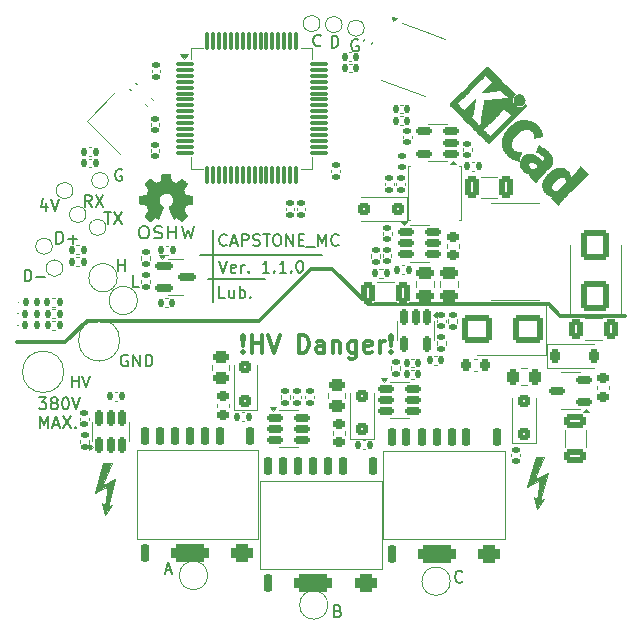
<source format=gbr>
%TF.GenerationSoftware,KiCad,Pcbnew,9.0.0*%
%TF.CreationDate,2025-06-25T03:54:54+08:00*%
%TF.ProjectId,CAPSTONE_MC,43415053-544f-44e4-955f-4d432e6b6963,Ver. 1.0.0*%
%TF.SameCoordinates,Original*%
%TF.FileFunction,Legend,Top*%
%TF.FilePolarity,Positive*%
%FSLAX46Y46*%
G04 Gerber Fmt 4.6, Leading zero omitted, Abs format (unit mm)*
G04 Created by KiCad (PCBNEW 9.0.0) date 2025-06-25 03:54:54*
%MOMM*%
%LPD*%
G01*
G04 APERTURE LIST*
G04 Aperture macros list*
%AMRoundRect*
0 Rectangle with rounded corners*
0 $1 Rounding radius*
0 $2 $3 $4 $5 $6 $7 $8 $9 X,Y pos of 4 corners*
0 Add a 4 corners polygon primitive as box body*
4,1,4,$2,$3,$4,$5,$6,$7,$8,$9,$2,$3,0*
0 Add four circle primitives for the rounded corners*
1,1,$1+$1,$2,$3*
1,1,$1+$1,$4,$5*
1,1,$1+$1,$6,$7*
1,1,$1+$1,$8,$9*
0 Add four rect primitives between the rounded corners*
20,1,$1+$1,$2,$3,$4,$5,0*
20,1,$1+$1,$4,$5,$6,$7,0*
20,1,$1+$1,$6,$7,$8,$9,0*
20,1,$1+$1,$8,$9,$2,$3,0*%
%AMRotRect*
0 Rectangle, with rotation*
0 The origin of the aperture is its center*
0 $1 length*
0 $2 width*
0 $3 Rotation angle, in degrees counterclockwise*
0 Add horizontal line*
21,1,$1,$2,0,0,$3*%
G04 Aperture macros list end*
%ADD10C,0.300000*%
%ADD11C,0.200000*%
%ADD12C,0.150000*%
%ADD13C,0.120000*%
%ADD14C,0.100000*%
%ADD15C,0.010000*%
%ADD16C,2.000000*%
%ADD17C,3.000000*%
%ADD18RoundRect,0.147500X-0.147500X-0.172500X0.147500X-0.172500X0.147500X0.172500X-0.147500X0.172500X0*%
%ADD19RoundRect,0.140000X-0.170000X0.140000X-0.170000X-0.140000X0.170000X-0.140000X0.170000X0.140000X0*%
%ADD20RoundRect,0.225000X-0.250000X0.225000X-0.250000X-0.225000X0.250000X-0.225000X0.250000X0.225000X0*%
%ADD21R,3.600000X1.500000*%
%ADD22RoundRect,0.140000X-0.219203X-0.021213X-0.021213X-0.219203X0.219203X0.021213X0.021213X0.219203X0*%
%ADD23RoundRect,0.150000X-0.150000X0.512500X-0.150000X-0.512500X0.150000X-0.512500X0.150000X0.512500X0*%
%ADD24RoundRect,0.150000X0.150000X-0.650000X0.150000X0.650000X-0.150000X0.650000X-0.150000X-0.650000X0*%
%ADD25RoundRect,0.400000X1.170000X-0.400000X1.170000X0.400000X-1.170000X0.400000X-1.170000X-0.400000X0*%
%ADD26RoundRect,0.400000X0.535000X-0.400000X0.535000X0.400000X-0.535000X0.400000X-0.535000X-0.400000X0*%
%ADD27RoundRect,0.140000X0.170000X-0.140000X0.170000X0.140000X-0.170000X0.140000X-0.170000X-0.140000X0*%
%ADD28RoundRect,0.135000X-0.185000X0.135000X-0.185000X-0.135000X0.185000X-0.135000X0.185000X0.135000X0*%
%ADD29RoundRect,0.225000X0.250000X-0.225000X0.250000X0.225000X-0.250000X0.225000X-0.250000X-0.225000X0*%
%ADD30R,2.850000X6.600000*%
%ADD31RoundRect,0.140000X-0.140000X-0.170000X0.140000X-0.170000X0.140000X0.170000X-0.140000X0.170000X0*%
%ADD32RoundRect,0.150000X-0.587500X-0.150000X0.587500X-0.150000X0.587500X0.150000X-0.587500X0.150000X0*%
%ADD33RoundRect,0.140000X0.219203X0.021213X0.021213X0.219203X-0.219203X-0.021213X-0.021213X-0.219203X0*%
%ADD34C,1.000000*%
%ADD35RoundRect,0.250000X0.262500X0.450000X-0.262500X0.450000X-0.262500X-0.450000X0.262500X-0.450000X0*%
%ADD36RoundRect,0.250000X0.450000X-0.262500X0.450000X0.262500X-0.450000X0.262500X-0.450000X-0.262500X0*%
%ADD37RoundRect,0.250000X-0.650000X0.325000X-0.650000X-0.325000X0.650000X-0.325000X0.650000X0.325000X0*%
%ADD38RoundRect,0.140000X0.140000X0.170000X-0.140000X0.170000X-0.140000X-0.170000X0.140000X-0.170000X0*%
%ADD39RoundRect,0.135000X0.185000X-0.135000X0.185000X0.135000X-0.185000X0.135000X-0.185000X-0.135000X0*%
%ADD40RoundRect,0.250000X0.300000X0.300000X-0.300000X0.300000X-0.300000X-0.300000X0.300000X-0.300000X0*%
%ADD41RoundRect,0.250000X-0.312500X-0.625000X0.312500X-0.625000X0.312500X0.625000X-0.312500X0.625000X0*%
%ADD42RoundRect,0.250000X-0.325000X-0.650000X0.325000X-0.650000X0.325000X0.650000X-0.325000X0.650000X0*%
%ADD43C,2.200000*%
%ADD44RoundRect,0.135000X0.135000X0.185000X-0.135000X0.185000X-0.135000X-0.185000X0.135000X-0.185000X0*%
%ADD45RoundRect,0.250000X-0.475000X0.250000X-0.475000X-0.250000X0.475000X-0.250000X0.475000X0.250000X0*%
%ADD46RoundRect,0.150000X-0.512500X-0.150000X0.512500X-0.150000X0.512500X0.150000X-0.512500X0.150000X0*%
%ADD47RoundRect,0.250000X0.300000X-0.300000X0.300000X0.300000X-0.300000X0.300000X-0.300000X-0.300000X0*%
%ADD48RoundRect,0.250000X0.900000X-1.000000X0.900000X1.000000X-0.900000X1.000000X-0.900000X-1.000000X0*%
%ADD49RoundRect,0.150000X-0.826549X0.141213X0.723943X-0.423121X0.826549X-0.141213X-0.723943X0.423121X0*%
%ADD50RoundRect,0.250000X0.325000X0.650000X-0.325000X0.650000X-0.325000X-0.650000X0.325000X-0.650000X0*%
%ADD51RoundRect,0.075000X-0.700000X-0.075000X0.700000X-0.075000X0.700000X0.075000X-0.700000X0.075000X0*%
%ADD52RoundRect,0.075000X-0.075000X-0.700000X0.075000X-0.700000X0.075000X0.700000X-0.075000X0.700000X0*%
%ADD53RoundRect,0.135000X-0.135000X-0.185000X0.135000X-0.185000X0.135000X0.185000X-0.135000X0.185000X0*%
%ADD54RoundRect,0.150000X0.512500X0.150000X-0.512500X0.150000X-0.512500X-0.150000X0.512500X-0.150000X0*%
%ADD55RoundRect,0.225000X0.225000X0.250000X-0.225000X0.250000X-0.225000X-0.250000X0.225000X-0.250000X0*%
%ADD56RoundRect,0.225000X-0.225000X-0.375000X0.225000X-0.375000X0.225000X0.375000X-0.225000X0.375000X0*%
%ADD57RoundRect,0.250000X1.000000X0.900000X-1.000000X0.900000X-1.000000X-0.900000X1.000000X-0.900000X0*%
%ADD58RoundRect,0.147500X0.172500X-0.147500X0.172500X0.147500X-0.172500X0.147500X-0.172500X-0.147500X0*%
%ADD59RotRect,1.400000X1.200000X315.000000*%
%ADD60RoundRect,0.150000X0.150000X-0.512500X0.150000X0.512500X-0.150000X0.512500X-0.150000X-0.512500X0*%
%ADD61RoundRect,0.140000X0.111865X-0.189700X0.207631X0.073414X-0.111865X0.189700X-0.207631X-0.073414X0*%
G04 APERTURE END LIST*
D10*
X105000000Y-58200000D02*
X120300000Y-58200000D01*
X121300000Y-59200000D02*
X126800000Y-59200000D01*
D11*
X91900000Y-51900000D02*
X91900000Y-58000000D01*
D10*
X102000000Y-55200000D02*
X105000000Y-58200000D01*
X120300000Y-58200000D02*
X121300000Y-59200000D01*
D11*
X90800000Y-54000000D02*
X101100000Y-54000000D01*
D10*
X100200000Y-55200000D02*
X102000000Y-55200000D01*
D11*
X91500000Y-56100000D02*
X96300000Y-56100000D01*
D10*
X95800000Y-59600000D02*
X100200000Y-55200000D01*
X81200000Y-59600000D02*
X95800000Y-59600000D01*
X75300000Y-61400000D02*
X79400000Y-61400000D01*
X79400000Y-61400000D02*
X81200000Y-59600000D01*
D11*
X92895863Y-57667219D02*
X92419673Y-57667219D01*
X92419673Y-57667219D02*
X92419673Y-56667219D01*
X93657768Y-57000552D02*
X93657768Y-57667219D01*
X93229197Y-57000552D02*
X93229197Y-57524361D01*
X93229197Y-57524361D02*
X93276816Y-57619600D01*
X93276816Y-57619600D02*
X93372054Y-57667219D01*
X93372054Y-57667219D02*
X93514911Y-57667219D01*
X93514911Y-57667219D02*
X93610149Y-57619600D01*
X93610149Y-57619600D02*
X93657768Y-57571980D01*
X94133959Y-57667219D02*
X94133959Y-56667219D01*
X94133959Y-57048171D02*
X94229197Y-57000552D01*
X94229197Y-57000552D02*
X94419673Y-57000552D01*
X94419673Y-57000552D02*
X94514911Y-57048171D01*
X94514911Y-57048171D02*
X94562530Y-57095790D01*
X94562530Y-57095790D02*
X94610149Y-57191028D01*
X94610149Y-57191028D02*
X94610149Y-57476742D01*
X94610149Y-57476742D02*
X94562530Y-57571980D01*
X94562530Y-57571980D02*
X94514911Y-57619600D01*
X94514911Y-57619600D02*
X94419673Y-57667219D01*
X94419673Y-57667219D02*
X94229197Y-57667219D01*
X94229197Y-57667219D02*
X94133959Y-57619600D01*
X95038721Y-57571980D02*
X95086340Y-57619600D01*
X95086340Y-57619600D02*
X95038721Y-57667219D01*
X95038721Y-57667219D02*
X94991102Y-57619600D01*
X94991102Y-57619600D02*
X95038721Y-57571980D01*
X95038721Y-57571980D02*
X95038721Y-57667219D01*
D12*
X84160588Y-46817438D02*
X84065350Y-46769819D01*
X84065350Y-46769819D02*
X83922493Y-46769819D01*
X83922493Y-46769819D02*
X83779636Y-46817438D01*
X83779636Y-46817438D02*
X83684398Y-46912676D01*
X83684398Y-46912676D02*
X83636779Y-47007914D01*
X83636779Y-47007914D02*
X83589160Y-47198390D01*
X83589160Y-47198390D02*
X83589160Y-47341247D01*
X83589160Y-47341247D02*
X83636779Y-47531723D01*
X83636779Y-47531723D02*
X83684398Y-47626961D01*
X83684398Y-47626961D02*
X83779636Y-47722200D01*
X83779636Y-47722200D02*
X83922493Y-47769819D01*
X83922493Y-47769819D02*
X84017731Y-47769819D01*
X84017731Y-47769819D02*
X84160588Y-47722200D01*
X84160588Y-47722200D02*
X84208207Y-47674580D01*
X84208207Y-47674580D02*
X84208207Y-47341247D01*
X84208207Y-47341247D02*
X84017731Y-47341247D01*
D11*
X84663482Y-62514838D02*
X84568244Y-62467219D01*
X84568244Y-62467219D02*
X84425387Y-62467219D01*
X84425387Y-62467219D02*
X84282530Y-62514838D01*
X84282530Y-62514838D02*
X84187292Y-62610076D01*
X84187292Y-62610076D02*
X84139673Y-62705314D01*
X84139673Y-62705314D02*
X84092054Y-62895790D01*
X84092054Y-62895790D02*
X84092054Y-63038647D01*
X84092054Y-63038647D02*
X84139673Y-63229123D01*
X84139673Y-63229123D02*
X84187292Y-63324361D01*
X84187292Y-63324361D02*
X84282530Y-63419600D01*
X84282530Y-63419600D02*
X84425387Y-63467219D01*
X84425387Y-63467219D02*
X84520625Y-63467219D01*
X84520625Y-63467219D02*
X84663482Y-63419600D01*
X84663482Y-63419600D02*
X84711101Y-63371980D01*
X84711101Y-63371980D02*
X84711101Y-63038647D01*
X84711101Y-63038647D02*
X84520625Y-63038647D01*
X85139673Y-63467219D02*
X85139673Y-62467219D01*
X85139673Y-62467219D02*
X85711101Y-63467219D01*
X85711101Y-63467219D02*
X85711101Y-62467219D01*
X86187292Y-63467219D02*
X86187292Y-62467219D01*
X86187292Y-62467219D02*
X86425387Y-62467219D01*
X86425387Y-62467219D02*
X86568244Y-62514838D01*
X86568244Y-62514838D02*
X86663482Y-62610076D01*
X86663482Y-62610076D02*
X86711101Y-62705314D01*
X86711101Y-62705314D02*
X86758720Y-62895790D01*
X86758720Y-62895790D02*
X86758720Y-63038647D01*
X86758720Y-63038647D02*
X86711101Y-63229123D01*
X86711101Y-63229123D02*
X86663482Y-63324361D01*
X86663482Y-63324361D02*
X86568244Y-63419600D01*
X86568244Y-63419600D02*
X86425387Y-63467219D01*
X86425387Y-63467219D02*
X86187292Y-63467219D01*
D12*
X101936779Y-36469819D02*
X101936779Y-35469819D01*
X101936779Y-35469819D02*
X102174874Y-35469819D01*
X102174874Y-35469819D02*
X102317731Y-35517438D01*
X102317731Y-35517438D02*
X102412969Y-35612676D01*
X102412969Y-35612676D02*
X102460588Y-35707914D01*
X102460588Y-35707914D02*
X102508207Y-35898390D01*
X102508207Y-35898390D02*
X102508207Y-36041247D01*
X102508207Y-36041247D02*
X102460588Y-36231723D01*
X102460588Y-36231723D02*
X102412969Y-36326961D01*
X102412969Y-36326961D02*
X102317731Y-36422200D01*
X102317731Y-36422200D02*
X102174874Y-36469819D01*
X102174874Y-36469819D02*
X101936779Y-36469819D01*
X75936779Y-56269819D02*
X75936779Y-55269819D01*
X75936779Y-55269819D02*
X76174874Y-55269819D01*
X76174874Y-55269819D02*
X76317731Y-55317438D01*
X76317731Y-55317438D02*
X76412969Y-55412676D01*
X76412969Y-55412676D02*
X76460588Y-55507914D01*
X76460588Y-55507914D02*
X76508207Y-55698390D01*
X76508207Y-55698390D02*
X76508207Y-55841247D01*
X76508207Y-55841247D02*
X76460588Y-56031723D01*
X76460588Y-56031723D02*
X76412969Y-56126961D01*
X76412969Y-56126961D02*
X76317731Y-56222200D01*
X76317731Y-56222200D02*
X76174874Y-56269819D01*
X76174874Y-56269819D02*
X75936779Y-56269819D01*
X76936779Y-55888866D02*
X77698684Y-55888866D01*
X82693922Y-50369819D02*
X83265350Y-50369819D01*
X82979636Y-51369819D02*
X82979636Y-50369819D01*
X83503446Y-50369819D02*
X84170112Y-51369819D01*
X84170112Y-50369819D02*
X83503446Y-51369819D01*
X78636779Y-53069819D02*
X78636779Y-52069819D01*
X78636779Y-52069819D02*
X78874874Y-52069819D01*
X78874874Y-52069819D02*
X79017731Y-52117438D01*
X79017731Y-52117438D02*
X79112969Y-52212676D01*
X79112969Y-52212676D02*
X79160588Y-52307914D01*
X79160588Y-52307914D02*
X79208207Y-52498390D01*
X79208207Y-52498390D02*
X79208207Y-52641247D01*
X79208207Y-52641247D02*
X79160588Y-52831723D01*
X79160588Y-52831723D02*
X79112969Y-52926961D01*
X79112969Y-52926961D02*
X79017731Y-53022200D01*
X79017731Y-53022200D02*
X78874874Y-53069819D01*
X78874874Y-53069819D02*
X78636779Y-53069819D01*
X79636779Y-52688866D02*
X80398684Y-52688866D01*
X80017731Y-53069819D02*
X80017731Y-52307914D01*
X83836779Y-55369819D02*
X83836779Y-54369819D01*
X83836779Y-54846009D02*
X84408207Y-54846009D01*
X84408207Y-55369819D02*
X84408207Y-54369819D01*
X81608207Y-49969819D02*
X81274874Y-49493628D01*
X81036779Y-49969819D02*
X81036779Y-48969819D01*
X81036779Y-48969819D02*
X81417731Y-48969819D01*
X81417731Y-48969819D02*
X81512969Y-49017438D01*
X81512969Y-49017438D02*
X81560588Y-49065057D01*
X81560588Y-49065057D02*
X81608207Y-49160295D01*
X81608207Y-49160295D02*
X81608207Y-49303152D01*
X81608207Y-49303152D02*
X81560588Y-49398390D01*
X81560588Y-49398390D02*
X81512969Y-49446009D01*
X81512969Y-49446009D02*
X81417731Y-49493628D01*
X81417731Y-49493628D02*
X81036779Y-49493628D01*
X81941541Y-48969819D02*
X82608207Y-49969819D01*
X82608207Y-48969819D02*
X81941541Y-49969819D01*
X104160588Y-35817438D02*
X104065350Y-35769819D01*
X104065350Y-35769819D02*
X103922493Y-35769819D01*
X103922493Y-35769819D02*
X103779636Y-35817438D01*
X103779636Y-35817438D02*
X103684398Y-35912676D01*
X103684398Y-35912676D02*
X103636779Y-36007914D01*
X103636779Y-36007914D02*
X103589160Y-36198390D01*
X103589160Y-36198390D02*
X103589160Y-36341247D01*
X103589160Y-36341247D02*
X103636779Y-36531723D01*
X103636779Y-36531723D02*
X103684398Y-36626961D01*
X103684398Y-36626961D02*
X103779636Y-36722200D01*
X103779636Y-36722200D02*
X103922493Y-36769819D01*
X103922493Y-36769819D02*
X104017731Y-36769819D01*
X104017731Y-36769819D02*
X104160588Y-36722200D01*
X104160588Y-36722200D02*
X104208207Y-36674580D01*
X104208207Y-36674580D02*
X104208207Y-36341247D01*
X104208207Y-36341247D02*
X104017731Y-36341247D01*
X102470112Y-84146009D02*
X102612969Y-84193628D01*
X102612969Y-84193628D02*
X102660588Y-84241247D01*
X102660588Y-84241247D02*
X102708207Y-84336485D01*
X102708207Y-84336485D02*
X102708207Y-84479342D01*
X102708207Y-84479342D02*
X102660588Y-84574580D01*
X102660588Y-84574580D02*
X102612969Y-84622200D01*
X102612969Y-84622200D02*
X102517731Y-84669819D01*
X102517731Y-84669819D02*
X102136779Y-84669819D01*
X102136779Y-84669819D02*
X102136779Y-83669819D01*
X102136779Y-83669819D02*
X102470112Y-83669819D01*
X102470112Y-83669819D02*
X102565350Y-83717438D01*
X102565350Y-83717438D02*
X102612969Y-83765057D01*
X102612969Y-83765057D02*
X102660588Y-83860295D01*
X102660588Y-83860295D02*
X102660588Y-83955533D01*
X102660588Y-83955533D02*
X102612969Y-84050771D01*
X102612969Y-84050771D02*
X102565350Y-84098390D01*
X102565350Y-84098390D02*
X102470112Y-84146009D01*
X102470112Y-84146009D02*
X102136779Y-84146009D01*
X101008207Y-36274580D02*
X100960588Y-36322200D01*
X100960588Y-36322200D02*
X100817731Y-36369819D01*
X100817731Y-36369819D02*
X100722493Y-36369819D01*
X100722493Y-36369819D02*
X100579636Y-36322200D01*
X100579636Y-36322200D02*
X100484398Y-36226961D01*
X100484398Y-36226961D02*
X100436779Y-36131723D01*
X100436779Y-36131723D02*
X100389160Y-35941247D01*
X100389160Y-35941247D02*
X100389160Y-35798390D01*
X100389160Y-35798390D02*
X100436779Y-35607914D01*
X100436779Y-35607914D02*
X100484398Y-35512676D01*
X100484398Y-35512676D02*
X100579636Y-35417438D01*
X100579636Y-35417438D02*
X100722493Y-35369819D01*
X100722493Y-35369819D02*
X100817731Y-35369819D01*
X100817731Y-35369819D02*
X100960588Y-35417438D01*
X100960588Y-35417438D02*
X101008207Y-35465057D01*
X85582969Y-56739819D02*
X85106779Y-56739819D01*
X85106779Y-56739819D02*
X85106779Y-55739819D01*
X77765350Y-49603152D02*
X77765350Y-50269819D01*
X77527255Y-49222200D02*
X77289160Y-49936485D01*
X77289160Y-49936485D02*
X77908207Y-49936485D01*
X78146303Y-49269819D02*
X78479636Y-50269819D01*
X78479636Y-50269819D02*
X78812969Y-49269819D01*
D11*
X93041101Y-53171980D02*
X92993482Y-53219600D01*
X92993482Y-53219600D02*
X92850625Y-53267219D01*
X92850625Y-53267219D02*
X92755387Y-53267219D01*
X92755387Y-53267219D02*
X92612530Y-53219600D01*
X92612530Y-53219600D02*
X92517292Y-53124361D01*
X92517292Y-53124361D02*
X92469673Y-53029123D01*
X92469673Y-53029123D02*
X92422054Y-52838647D01*
X92422054Y-52838647D02*
X92422054Y-52695790D01*
X92422054Y-52695790D02*
X92469673Y-52505314D01*
X92469673Y-52505314D02*
X92517292Y-52410076D01*
X92517292Y-52410076D02*
X92612530Y-52314838D01*
X92612530Y-52314838D02*
X92755387Y-52267219D01*
X92755387Y-52267219D02*
X92850625Y-52267219D01*
X92850625Y-52267219D02*
X92993482Y-52314838D01*
X92993482Y-52314838D02*
X93041101Y-52362457D01*
X93422054Y-52981504D02*
X93898244Y-52981504D01*
X93326816Y-53267219D02*
X93660149Y-52267219D01*
X93660149Y-52267219D02*
X93993482Y-53267219D01*
X94326816Y-53267219D02*
X94326816Y-52267219D01*
X94326816Y-52267219D02*
X94707768Y-52267219D01*
X94707768Y-52267219D02*
X94803006Y-52314838D01*
X94803006Y-52314838D02*
X94850625Y-52362457D01*
X94850625Y-52362457D02*
X94898244Y-52457695D01*
X94898244Y-52457695D02*
X94898244Y-52600552D01*
X94898244Y-52600552D02*
X94850625Y-52695790D01*
X94850625Y-52695790D02*
X94803006Y-52743409D01*
X94803006Y-52743409D02*
X94707768Y-52791028D01*
X94707768Y-52791028D02*
X94326816Y-52791028D01*
X95279197Y-53219600D02*
X95422054Y-53267219D01*
X95422054Y-53267219D02*
X95660149Y-53267219D01*
X95660149Y-53267219D02*
X95755387Y-53219600D01*
X95755387Y-53219600D02*
X95803006Y-53171980D01*
X95803006Y-53171980D02*
X95850625Y-53076742D01*
X95850625Y-53076742D02*
X95850625Y-52981504D01*
X95850625Y-52981504D02*
X95803006Y-52886266D01*
X95803006Y-52886266D02*
X95755387Y-52838647D01*
X95755387Y-52838647D02*
X95660149Y-52791028D01*
X95660149Y-52791028D02*
X95469673Y-52743409D01*
X95469673Y-52743409D02*
X95374435Y-52695790D01*
X95374435Y-52695790D02*
X95326816Y-52648171D01*
X95326816Y-52648171D02*
X95279197Y-52552933D01*
X95279197Y-52552933D02*
X95279197Y-52457695D01*
X95279197Y-52457695D02*
X95326816Y-52362457D01*
X95326816Y-52362457D02*
X95374435Y-52314838D01*
X95374435Y-52314838D02*
X95469673Y-52267219D01*
X95469673Y-52267219D02*
X95707768Y-52267219D01*
X95707768Y-52267219D02*
X95850625Y-52314838D01*
X96136340Y-52267219D02*
X96707768Y-52267219D01*
X96422054Y-53267219D02*
X96422054Y-52267219D01*
X97231578Y-52267219D02*
X97422054Y-52267219D01*
X97422054Y-52267219D02*
X97517292Y-52314838D01*
X97517292Y-52314838D02*
X97612530Y-52410076D01*
X97612530Y-52410076D02*
X97660149Y-52600552D01*
X97660149Y-52600552D02*
X97660149Y-52933885D01*
X97660149Y-52933885D02*
X97612530Y-53124361D01*
X97612530Y-53124361D02*
X97517292Y-53219600D01*
X97517292Y-53219600D02*
X97422054Y-53267219D01*
X97422054Y-53267219D02*
X97231578Y-53267219D01*
X97231578Y-53267219D02*
X97136340Y-53219600D01*
X97136340Y-53219600D02*
X97041102Y-53124361D01*
X97041102Y-53124361D02*
X96993483Y-52933885D01*
X96993483Y-52933885D02*
X96993483Y-52600552D01*
X96993483Y-52600552D02*
X97041102Y-52410076D01*
X97041102Y-52410076D02*
X97136340Y-52314838D01*
X97136340Y-52314838D02*
X97231578Y-52267219D01*
X98088721Y-53267219D02*
X98088721Y-52267219D01*
X98088721Y-52267219D02*
X98660149Y-53267219D01*
X98660149Y-53267219D02*
X98660149Y-52267219D01*
X99136340Y-52743409D02*
X99469673Y-52743409D01*
X99612530Y-53267219D02*
X99136340Y-53267219D01*
X99136340Y-53267219D02*
X99136340Y-52267219D01*
X99136340Y-52267219D02*
X99612530Y-52267219D01*
X99803007Y-53362457D02*
X100564911Y-53362457D01*
X100803007Y-53267219D02*
X100803007Y-52267219D01*
X100803007Y-52267219D02*
X101136340Y-52981504D01*
X101136340Y-52981504D02*
X101469673Y-52267219D01*
X101469673Y-52267219D02*
X101469673Y-53267219D01*
X102517292Y-53171980D02*
X102469673Y-53219600D01*
X102469673Y-53219600D02*
X102326816Y-53267219D01*
X102326816Y-53267219D02*
X102231578Y-53267219D01*
X102231578Y-53267219D02*
X102088721Y-53219600D01*
X102088721Y-53219600D02*
X101993483Y-53124361D01*
X101993483Y-53124361D02*
X101945864Y-53029123D01*
X101945864Y-53029123D02*
X101898245Y-52838647D01*
X101898245Y-52838647D02*
X101898245Y-52695790D01*
X101898245Y-52695790D02*
X101945864Y-52505314D01*
X101945864Y-52505314D02*
X101993483Y-52410076D01*
X101993483Y-52410076D02*
X102088721Y-52314838D01*
X102088721Y-52314838D02*
X102231578Y-52267219D01*
X102231578Y-52267219D02*
X102326816Y-52267219D01*
X102326816Y-52267219D02*
X102469673Y-52314838D01*
X102469673Y-52314838D02*
X102517292Y-52362457D01*
X92426816Y-54517219D02*
X92760149Y-55517219D01*
X92760149Y-55517219D02*
X93093482Y-54517219D01*
X93807768Y-55469600D02*
X93712530Y-55517219D01*
X93712530Y-55517219D02*
X93522054Y-55517219D01*
X93522054Y-55517219D02*
X93426816Y-55469600D01*
X93426816Y-55469600D02*
X93379197Y-55374361D01*
X93379197Y-55374361D02*
X93379197Y-54993409D01*
X93379197Y-54993409D02*
X93426816Y-54898171D01*
X93426816Y-54898171D02*
X93522054Y-54850552D01*
X93522054Y-54850552D02*
X93712530Y-54850552D01*
X93712530Y-54850552D02*
X93807768Y-54898171D01*
X93807768Y-54898171D02*
X93855387Y-54993409D01*
X93855387Y-54993409D02*
X93855387Y-55088647D01*
X93855387Y-55088647D02*
X93379197Y-55183885D01*
X94283959Y-55517219D02*
X94283959Y-54850552D01*
X94283959Y-55041028D02*
X94331578Y-54945790D01*
X94331578Y-54945790D02*
X94379197Y-54898171D01*
X94379197Y-54898171D02*
X94474435Y-54850552D01*
X94474435Y-54850552D02*
X94569673Y-54850552D01*
X94903007Y-55421980D02*
X94950626Y-55469600D01*
X94950626Y-55469600D02*
X94903007Y-55517219D01*
X94903007Y-55517219D02*
X94855388Y-55469600D01*
X94855388Y-55469600D02*
X94903007Y-55421980D01*
X94903007Y-55421980D02*
X94903007Y-55517219D01*
X96664911Y-55517219D02*
X96093483Y-55517219D01*
X96379197Y-55517219D02*
X96379197Y-54517219D01*
X96379197Y-54517219D02*
X96283959Y-54660076D01*
X96283959Y-54660076D02*
X96188721Y-54755314D01*
X96188721Y-54755314D02*
X96093483Y-54802933D01*
X97093483Y-55421980D02*
X97141102Y-55469600D01*
X97141102Y-55469600D02*
X97093483Y-55517219D01*
X97093483Y-55517219D02*
X97045864Y-55469600D01*
X97045864Y-55469600D02*
X97093483Y-55421980D01*
X97093483Y-55421980D02*
X97093483Y-55517219D01*
X98093482Y-55517219D02*
X97522054Y-55517219D01*
X97807768Y-55517219D02*
X97807768Y-54517219D01*
X97807768Y-54517219D02*
X97712530Y-54660076D01*
X97712530Y-54660076D02*
X97617292Y-54755314D01*
X97617292Y-54755314D02*
X97522054Y-54802933D01*
X98522054Y-55421980D02*
X98569673Y-55469600D01*
X98569673Y-55469600D02*
X98522054Y-55517219D01*
X98522054Y-55517219D02*
X98474435Y-55469600D01*
X98474435Y-55469600D02*
X98522054Y-55421980D01*
X98522054Y-55421980D02*
X98522054Y-55517219D01*
X99188720Y-54517219D02*
X99283958Y-54517219D01*
X99283958Y-54517219D02*
X99379196Y-54564838D01*
X99379196Y-54564838D02*
X99426815Y-54612457D01*
X99426815Y-54612457D02*
X99474434Y-54707695D01*
X99474434Y-54707695D02*
X99522053Y-54898171D01*
X99522053Y-54898171D02*
X99522053Y-55136266D01*
X99522053Y-55136266D02*
X99474434Y-55326742D01*
X99474434Y-55326742D02*
X99426815Y-55421980D01*
X99426815Y-55421980D02*
X99379196Y-55469600D01*
X99379196Y-55469600D02*
X99283958Y-55517219D01*
X99283958Y-55517219D02*
X99188720Y-55517219D01*
X99188720Y-55517219D02*
X99093482Y-55469600D01*
X99093482Y-55469600D02*
X99045863Y-55421980D01*
X99045863Y-55421980D02*
X98998244Y-55326742D01*
X98998244Y-55326742D02*
X98950625Y-55136266D01*
X98950625Y-55136266D02*
X98950625Y-54898171D01*
X98950625Y-54898171D02*
X98998244Y-54707695D01*
X98998244Y-54707695D02*
X99045863Y-54612457D01*
X99045863Y-54612457D02*
X99093482Y-54564838D01*
X99093482Y-54564838D02*
X99188720Y-54517219D01*
D12*
X113008207Y-81674580D02*
X112960588Y-81722200D01*
X112960588Y-81722200D02*
X112817731Y-81769819D01*
X112817731Y-81769819D02*
X112722493Y-81769819D01*
X112722493Y-81769819D02*
X112579636Y-81722200D01*
X112579636Y-81722200D02*
X112484398Y-81626961D01*
X112484398Y-81626961D02*
X112436779Y-81531723D01*
X112436779Y-81531723D02*
X112389160Y-81341247D01*
X112389160Y-81341247D02*
X112389160Y-81198390D01*
X112389160Y-81198390D02*
X112436779Y-81007914D01*
X112436779Y-81007914D02*
X112484398Y-80912676D01*
X112484398Y-80912676D02*
X112579636Y-80817438D01*
X112579636Y-80817438D02*
X112722493Y-80769819D01*
X112722493Y-80769819D02*
X112817731Y-80769819D01*
X112817731Y-80769819D02*
X112960588Y-80817438D01*
X112960588Y-80817438D02*
X113008207Y-80865057D01*
X87879160Y-80734104D02*
X88355350Y-80734104D01*
X87783922Y-81019819D02*
X88117255Y-80019819D01*
X88117255Y-80019819D02*
X88450588Y-81019819D01*
D11*
X79929673Y-65247219D02*
X79929673Y-64247219D01*
X79929673Y-64723409D02*
X80501101Y-64723409D01*
X80501101Y-65247219D02*
X80501101Y-64247219D01*
X80834435Y-64247219D02*
X81167768Y-65247219D01*
X81167768Y-65247219D02*
X81501101Y-64247219D01*
D10*
X94454510Y-62157971D02*
X94525939Y-62229400D01*
X94525939Y-62229400D02*
X94454510Y-62300828D01*
X94454510Y-62300828D02*
X94383082Y-62229400D01*
X94383082Y-62229400D02*
X94454510Y-62157971D01*
X94454510Y-62157971D02*
X94454510Y-62300828D01*
X94454510Y-61729400D02*
X94383082Y-60872257D01*
X94383082Y-60872257D02*
X94454510Y-60800828D01*
X94454510Y-60800828D02*
X94525939Y-60872257D01*
X94525939Y-60872257D02*
X94454510Y-61729400D01*
X94454510Y-61729400D02*
X94454510Y-60800828D01*
X95168796Y-62300828D02*
X95168796Y-60800828D01*
X95168796Y-61515114D02*
X96025939Y-61515114D01*
X96025939Y-62300828D02*
X96025939Y-60800828D01*
X96525940Y-60800828D02*
X97025940Y-62300828D01*
X97025940Y-62300828D02*
X97525940Y-60800828D01*
X99168796Y-62300828D02*
X99168796Y-60800828D01*
X99168796Y-60800828D02*
X99525939Y-60800828D01*
X99525939Y-60800828D02*
X99740225Y-60872257D01*
X99740225Y-60872257D02*
X99883082Y-61015114D01*
X99883082Y-61015114D02*
X99954511Y-61157971D01*
X99954511Y-61157971D02*
X100025939Y-61443685D01*
X100025939Y-61443685D02*
X100025939Y-61657971D01*
X100025939Y-61657971D02*
X99954511Y-61943685D01*
X99954511Y-61943685D02*
X99883082Y-62086542D01*
X99883082Y-62086542D02*
X99740225Y-62229400D01*
X99740225Y-62229400D02*
X99525939Y-62300828D01*
X99525939Y-62300828D02*
X99168796Y-62300828D01*
X101311654Y-62300828D02*
X101311654Y-61515114D01*
X101311654Y-61515114D02*
X101240225Y-61372257D01*
X101240225Y-61372257D02*
X101097368Y-61300828D01*
X101097368Y-61300828D02*
X100811654Y-61300828D01*
X100811654Y-61300828D02*
X100668796Y-61372257D01*
X101311654Y-62229400D02*
X101168796Y-62300828D01*
X101168796Y-62300828D02*
X100811654Y-62300828D01*
X100811654Y-62300828D02*
X100668796Y-62229400D01*
X100668796Y-62229400D02*
X100597368Y-62086542D01*
X100597368Y-62086542D02*
X100597368Y-61943685D01*
X100597368Y-61943685D02*
X100668796Y-61800828D01*
X100668796Y-61800828D02*
X100811654Y-61729400D01*
X100811654Y-61729400D02*
X101168796Y-61729400D01*
X101168796Y-61729400D02*
X101311654Y-61657971D01*
X102025939Y-61300828D02*
X102025939Y-62300828D01*
X102025939Y-61443685D02*
X102097368Y-61372257D01*
X102097368Y-61372257D02*
X102240225Y-61300828D01*
X102240225Y-61300828D02*
X102454511Y-61300828D01*
X102454511Y-61300828D02*
X102597368Y-61372257D01*
X102597368Y-61372257D02*
X102668797Y-61515114D01*
X102668797Y-61515114D02*
X102668797Y-62300828D01*
X104025940Y-61300828D02*
X104025940Y-62515114D01*
X104025940Y-62515114D02*
X103954511Y-62657971D01*
X103954511Y-62657971D02*
X103883082Y-62729400D01*
X103883082Y-62729400D02*
X103740225Y-62800828D01*
X103740225Y-62800828D02*
X103525940Y-62800828D01*
X103525940Y-62800828D02*
X103383082Y-62729400D01*
X104025940Y-62229400D02*
X103883082Y-62300828D01*
X103883082Y-62300828D02*
X103597368Y-62300828D01*
X103597368Y-62300828D02*
X103454511Y-62229400D01*
X103454511Y-62229400D02*
X103383082Y-62157971D01*
X103383082Y-62157971D02*
X103311654Y-62015114D01*
X103311654Y-62015114D02*
X103311654Y-61586542D01*
X103311654Y-61586542D02*
X103383082Y-61443685D01*
X103383082Y-61443685D02*
X103454511Y-61372257D01*
X103454511Y-61372257D02*
X103597368Y-61300828D01*
X103597368Y-61300828D02*
X103883082Y-61300828D01*
X103883082Y-61300828D02*
X104025940Y-61372257D01*
X105311654Y-62229400D02*
X105168797Y-62300828D01*
X105168797Y-62300828D02*
X104883083Y-62300828D01*
X104883083Y-62300828D02*
X104740225Y-62229400D01*
X104740225Y-62229400D02*
X104668797Y-62086542D01*
X104668797Y-62086542D02*
X104668797Y-61515114D01*
X104668797Y-61515114D02*
X104740225Y-61372257D01*
X104740225Y-61372257D02*
X104883083Y-61300828D01*
X104883083Y-61300828D02*
X105168797Y-61300828D01*
X105168797Y-61300828D02*
X105311654Y-61372257D01*
X105311654Y-61372257D02*
X105383083Y-61515114D01*
X105383083Y-61515114D02*
X105383083Y-61657971D01*
X105383083Y-61657971D02*
X104668797Y-61800828D01*
X106025939Y-62300828D02*
X106025939Y-61300828D01*
X106025939Y-61586542D02*
X106097368Y-61443685D01*
X106097368Y-61443685D02*
X106168797Y-61372257D01*
X106168797Y-61372257D02*
X106311654Y-61300828D01*
X106311654Y-61300828D02*
X106454511Y-61300828D01*
X106954510Y-62157971D02*
X107025939Y-62229400D01*
X107025939Y-62229400D02*
X106954510Y-62300828D01*
X106954510Y-62300828D02*
X106883082Y-62229400D01*
X106883082Y-62229400D02*
X106954510Y-62157971D01*
X106954510Y-62157971D02*
X106954510Y-62300828D01*
X106954510Y-61729400D02*
X106883082Y-60872257D01*
X106883082Y-60872257D02*
X106954510Y-60800828D01*
X106954510Y-60800828D02*
X107025939Y-60872257D01*
X107025939Y-60872257D02*
X106954510Y-61729400D01*
X106954510Y-61729400D02*
X106954510Y-60800828D01*
D11*
X77164435Y-66097275D02*
X77783482Y-66097275D01*
X77783482Y-66097275D02*
X77450149Y-66478227D01*
X77450149Y-66478227D02*
X77593006Y-66478227D01*
X77593006Y-66478227D02*
X77688244Y-66525846D01*
X77688244Y-66525846D02*
X77735863Y-66573465D01*
X77735863Y-66573465D02*
X77783482Y-66668703D01*
X77783482Y-66668703D02*
X77783482Y-66906798D01*
X77783482Y-66906798D02*
X77735863Y-67002036D01*
X77735863Y-67002036D02*
X77688244Y-67049656D01*
X77688244Y-67049656D02*
X77593006Y-67097275D01*
X77593006Y-67097275D02*
X77307292Y-67097275D01*
X77307292Y-67097275D02*
X77212054Y-67049656D01*
X77212054Y-67049656D02*
X77164435Y-67002036D01*
X78354911Y-66525846D02*
X78259673Y-66478227D01*
X78259673Y-66478227D02*
X78212054Y-66430608D01*
X78212054Y-66430608D02*
X78164435Y-66335370D01*
X78164435Y-66335370D02*
X78164435Y-66287751D01*
X78164435Y-66287751D02*
X78212054Y-66192513D01*
X78212054Y-66192513D02*
X78259673Y-66144894D01*
X78259673Y-66144894D02*
X78354911Y-66097275D01*
X78354911Y-66097275D02*
X78545387Y-66097275D01*
X78545387Y-66097275D02*
X78640625Y-66144894D01*
X78640625Y-66144894D02*
X78688244Y-66192513D01*
X78688244Y-66192513D02*
X78735863Y-66287751D01*
X78735863Y-66287751D02*
X78735863Y-66335370D01*
X78735863Y-66335370D02*
X78688244Y-66430608D01*
X78688244Y-66430608D02*
X78640625Y-66478227D01*
X78640625Y-66478227D02*
X78545387Y-66525846D01*
X78545387Y-66525846D02*
X78354911Y-66525846D01*
X78354911Y-66525846D02*
X78259673Y-66573465D01*
X78259673Y-66573465D02*
X78212054Y-66621084D01*
X78212054Y-66621084D02*
X78164435Y-66716322D01*
X78164435Y-66716322D02*
X78164435Y-66906798D01*
X78164435Y-66906798D02*
X78212054Y-67002036D01*
X78212054Y-67002036D02*
X78259673Y-67049656D01*
X78259673Y-67049656D02*
X78354911Y-67097275D01*
X78354911Y-67097275D02*
X78545387Y-67097275D01*
X78545387Y-67097275D02*
X78640625Y-67049656D01*
X78640625Y-67049656D02*
X78688244Y-67002036D01*
X78688244Y-67002036D02*
X78735863Y-66906798D01*
X78735863Y-66906798D02*
X78735863Y-66716322D01*
X78735863Y-66716322D02*
X78688244Y-66621084D01*
X78688244Y-66621084D02*
X78640625Y-66573465D01*
X78640625Y-66573465D02*
X78545387Y-66525846D01*
X79354911Y-66097275D02*
X79450149Y-66097275D01*
X79450149Y-66097275D02*
X79545387Y-66144894D01*
X79545387Y-66144894D02*
X79593006Y-66192513D01*
X79593006Y-66192513D02*
X79640625Y-66287751D01*
X79640625Y-66287751D02*
X79688244Y-66478227D01*
X79688244Y-66478227D02*
X79688244Y-66716322D01*
X79688244Y-66716322D02*
X79640625Y-66906798D01*
X79640625Y-66906798D02*
X79593006Y-67002036D01*
X79593006Y-67002036D02*
X79545387Y-67049656D01*
X79545387Y-67049656D02*
X79450149Y-67097275D01*
X79450149Y-67097275D02*
X79354911Y-67097275D01*
X79354911Y-67097275D02*
X79259673Y-67049656D01*
X79259673Y-67049656D02*
X79212054Y-67002036D01*
X79212054Y-67002036D02*
X79164435Y-66906798D01*
X79164435Y-66906798D02*
X79116816Y-66716322D01*
X79116816Y-66716322D02*
X79116816Y-66478227D01*
X79116816Y-66478227D02*
X79164435Y-66287751D01*
X79164435Y-66287751D02*
X79212054Y-66192513D01*
X79212054Y-66192513D02*
X79259673Y-66144894D01*
X79259673Y-66144894D02*
X79354911Y-66097275D01*
X79973959Y-66097275D02*
X80307292Y-67097275D01*
X80307292Y-67097275D02*
X80640625Y-66097275D01*
X77259673Y-68707219D02*
X77259673Y-67707219D01*
X77259673Y-67707219D02*
X77593006Y-68421504D01*
X77593006Y-68421504D02*
X77926339Y-67707219D01*
X77926339Y-67707219D02*
X77926339Y-68707219D01*
X78354911Y-68421504D02*
X78831101Y-68421504D01*
X78259673Y-68707219D02*
X78593006Y-67707219D01*
X78593006Y-67707219D02*
X78926339Y-68707219D01*
X79164435Y-67707219D02*
X79831101Y-68707219D01*
X79831101Y-67707219D02*
X79164435Y-68707219D01*
X80212054Y-68611980D02*
X80259673Y-68659600D01*
X80259673Y-68659600D02*
X80212054Y-68707219D01*
X80212054Y-68707219D02*
X80164435Y-68659600D01*
X80164435Y-68659600D02*
X80212054Y-68611980D01*
X80212054Y-68611980D02*
X80212054Y-68707219D01*
X85932899Y-51617912D02*
X86161471Y-51617912D01*
X86161471Y-51617912D02*
X86275756Y-51665531D01*
X86275756Y-51665531D02*
X86390042Y-51760769D01*
X86390042Y-51760769D02*
X86447185Y-51951245D01*
X86447185Y-51951245D02*
X86447185Y-52284578D01*
X86447185Y-52284578D02*
X86390042Y-52475054D01*
X86390042Y-52475054D02*
X86275756Y-52570293D01*
X86275756Y-52570293D02*
X86161471Y-52617912D01*
X86161471Y-52617912D02*
X85932899Y-52617912D01*
X85932899Y-52617912D02*
X85818614Y-52570293D01*
X85818614Y-52570293D02*
X85704328Y-52475054D01*
X85704328Y-52475054D02*
X85647185Y-52284578D01*
X85647185Y-52284578D02*
X85647185Y-51951245D01*
X85647185Y-51951245D02*
X85704328Y-51760769D01*
X85704328Y-51760769D02*
X85818614Y-51665531D01*
X85818614Y-51665531D02*
X85932899Y-51617912D01*
X86904328Y-52570293D02*
X87075757Y-52617912D01*
X87075757Y-52617912D02*
X87361471Y-52617912D01*
X87361471Y-52617912D02*
X87475757Y-52570293D01*
X87475757Y-52570293D02*
X87532899Y-52522673D01*
X87532899Y-52522673D02*
X87590042Y-52427435D01*
X87590042Y-52427435D02*
X87590042Y-52332197D01*
X87590042Y-52332197D02*
X87532899Y-52236959D01*
X87532899Y-52236959D02*
X87475757Y-52189340D01*
X87475757Y-52189340D02*
X87361471Y-52141721D01*
X87361471Y-52141721D02*
X87132899Y-52094102D01*
X87132899Y-52094102D02*
X87018614Y-52046483D01*
X87018614Y-52046483D02*
X86961471Y-51998864D01*
X86961471Y-51998864D02*
X86904328Y-51903626D01*
X86904328Y-51903626D02*
X86904328Y-51808388D01*
X86904328Y-51808388D02*
X86961471Y-51713150D01*
X86961471Y-51713150D02*
X87018614Y-51665531D01*
X87018614Y-51665531D02*
X87132899Y-51617912D01*
X87132899Y-51617912D02*
X87418614Y-51617912D01*
X87418614Y-51617912D02*
X87590042Y-51665531D01*
X88104328Y-52617912D02*
X88104328Y-51617912D01*
X88104328Y-52094102D02*
X88790042Y-52094102D01*
X88790042Y-52617912D02*
X88790042Y-51617912D01*
X89247185Y-51617912D02*
X89532899Y-52617912D01*
X89532899Y-52617912D02*
X89761471Y-51903626D01*
X89761471Y-51903626D02*
X89990042Y-52617912D01*
X89990042Y-52617912D02*
X90275757Y-51617912D01*
D13*
%TO.C,TP16*%
X85495000Y-57885000D02*
G75*
G02*
X83095000Y-57885000I-1200000J0D01*
G01*
X83095000Y-57885000D02*
G75*
G02*
X85495000Y-57885000I1200000J0D01*
G01*
%TO.C,TP13*%
X83775000Y-55955000D02*
G75*
G02*
X81375000Y-55955000I-1200000J0D01*
G01*
X81375000Y-55955000D02*
G75*
G02*
X83775000Y-55955000I1200000J0D01*
G01*
%TO.C,TP2*%
X83995000Y-61265000D02*
G75*
G02*
X80495000Y-61265000I-1750000J0D01*
G01*
X80495000Y-61265000D02*
G75*
G02*
X83995000Y-61265000I1750000J0D01*
G01*
%TO.C,TP1*%
X79255000Y-63925000D02*
G75*
G02*
X75755000Y-63925000I-1750000J0D01*
G01*
X75755000Y-63925000D02*
G75*
G02*
X79255000Y-63925000I1750000J0D01*
G01*
D14*
%TO.C,D6*%
X75440000Y-59985000D02*
G75*
G02*
X75340000Y-59985000I-50000J0D01*
G01*
X75340000Y-59985000D02*
G75*
G02*
X75440000Y-59985000I50000J0D01*
G01*
D13*
%TO.C,C24*%
X117145000Y-70877164D02*
X117145000Y-71092836D01*
X117865000Y-70877164D02*
X117865000Y-71092836D01*
%TO.C,C14*%
X124435000Y-65114420D02*
X124435000Y-65395580D01*
X125455000Y-65114420D02*
X125455000Y-65395580D01*
%TO.C,L3*%
X108380000Y-46515000D02*
X108580000Y-46515000D01*
X108380000Y-51035000D02*
X108380000Y-46515000D01*
X108380000Y-51035000D02*
X108580000Y-51035000D01*
X112900000Y-46515000D02*
X112700000Y-46515000D01*
X112900000Y-51035000D02*
X112700000Y-51035000D01*
X112900000Y-51035000D02*
X112900000Y-46515000D01*
D14*
%TO.C,D7*%
X75450000Y-58995000D02*
G75*
G02*
X75350000Y-58995000I-50000J0D01*
G01*
X75350000Y-58995000D02*
G75*
G02*
X75450000Y-58995000I50000J0D01*
G01*
D13*
%TO.C,C11*%
X86114190Y-41253307D02*
X86266693Y-41405810D01*
X86623307Y-40744190D02*
X86775810Y-40896693D01*
%TO.C,U13*%
X107475000Y-60440000D02*
X107475000Y-59640000D01*
X107475000Y-60440000D02*
X107475000Y-61240000D01*
X110595000Y-60440000D02*
X110595000Y-59640000D01*
X110595000Y-60440000D02*
X110595000Y-61240000D01*
X110875000Y-59380000D02*
X110545000Y-59140000D01*
X110875000Y-58900000D01*
X110875000Y-59380000D01*
G36*
X110875000Y-59380000D02*
G01*
X110545000Y-59140000D01*
X110875000Y-58900000D01*
X110875000Y-59380000D01*
G37*
%TO.C,U4*%
X106300000Y-78115000D02*
X116600000Y-78115000D01*
X116600000Y-70615000D01*
X106300000Y-70615000D01*
X106300000Y-78115000D01*
%TO.C,TP4*%
X101615000Y-83665000D02*
G75*
G02*
X99215000Y-83665000I-1200000J0D01*
G01*
X99215000Y-83665000D02*
G75*
G02*
X101615000Y-83665000I1200000J0D01*
G01*
%TO.C,C46*%
X110855000Y-59712836D02*
X110855000Y-59497164D01*
X111575000Y-59712836D02*
X111575000Y-59497164D01*
%TO.C,TP5*%
X111975000Y-81655000D02*
G75*
G02*
X109575000Y-81655000I-1200000J0D01*
G01*
X109575000Y-81655000D02*
G75*
G02*
X111975000Y-81655000I1200000J0D01*
G01*
%TO.C,C22*%
X106255000Y-53987164D02*
X106255000Y-54202836D01*
X106975000Y-53987164D02*
X106975000Y-54202836D01*
%TO.C,R13*%
X106970000Y-63471359D02*
X106970000Y-63778641D01*
X107730000Y-63471359D02*
X107730000Y-63778641D01*
%TO.C,C27*%
X102035000Y-69240580D02*
X102035000Y-68959420D01*
X103055000Y-69240580D02*
X103055000Y-68959420D01*
%TO.C,C2*%
X98985000Y-50017164D02*
X98985000Y-50232836D01*
X99705000Y-50017164D02*
X99705000Y-50232836D01*
%TO.C,C9*%
X98035000Y-50017164D02*
X98035000Y-50232836D01*
X98755000Y-50017164D02*
X98755000Y-50232836D01*
%TO.C,L2*%
X115465000Y-49635000D02*
X119465000Y-49635000D01*
X115465000Y-57835000D02*
X119465000Y-57835000D01*
%TO.C,C43*%
X87897164Y-53275000D02*
X88112836Y-53275000D01*
X87897164Y-53995000D02*
X88112836Y-53995000D01*
%TO.C,D11*%
X88714999Y-54330001D02*
X88064999Y-54330000D01*
X88714999Y-54330001D02*
X89365001Y-54330000D01*
X88715001Y-57449999D02*
X88064999Y-57450000D01*
X88715001Y-57449999D02*
X89365001Y-57450000D01*
X87552501Y-54380000D02*
X87312500Y-54050000D01*
X87792500Y-54050000D01*
X87552501Y-54380000D01*
G36*
X87552501Y-54380000D02*
G01*
X87312500Y-54050000D01*
X87792500Y-54050000D01*
X87552501Y-54380000D01*
G37*
%TO.C,C10*%
X84951693Y-40090810D02*
X84799190Y-39938307D01*
X85460810Y-39581693D02*
X85308307Y-39429190D01*
%TO.C,C1*%
X103397164Y-36875000D02*
X103612836Y-36875000D01*
X103397164Y-37595000D02*
X103612836Y-37595000D01*
%TO.C,TP20*%
X83025000Y-47725000D02*
G75*
G02*
X81625000Y-47725000I-700000J0D01*
G01*
X81625000Y-47725000D02*
G75*
G02*
X83025000Y-47725000I700000J0D01*
G01*
%TO.C,TP12*%
X104695000Y-34825000D02*
G75*
G02*
X103295000Y-34825000I-700000J0D01*
G01*
X103295000Y-34825000D02*
G75*
G02*
X104695000Y-34825000I700000J0D01*
G01*
%TO.C,R8*%
X118432064Y-63600000D02*
X117977936Y-63600000D01*
X118432064Y-65070000D02*
X117977936Y-65070000D01*
%TO.C,C36*%
X98650000Y-65940414D02*
X98650000Y-66156086D01*
X99370000Y-65940414D02*
X99370000Y-66156086D01*
%TO.C,C3*%
X101905000Y-46817164D02*
X101905000Y-47032836D01*
X102625000Y-46817164D02*
X102625000Y-47032836D01*
%TO.C,C29*%
X113787164Y-46165000D02*
X114002836Y-46165000D01*
X113787164Y-46885000D02*
X114002836Y-46885000D01*
%TO.C,R9*%
X91800000Y-63767064D02*
X91800000Y-63312936D01*
X93270000Y-63767064D02*
X93270000Y-63312936D01*
%TO.C,C55*%
X81377164Y-45895000D02*
X81592836Y-45895000D01*
X81377164Y-46615000D02*
X81592836Y-46615000D01*
%TO.C,C17*%
X121665000Y-68863748D02*
X121665000Y-70286252D01*
X123485000Y-68863748D02*
X123485000Y-70286252D01*
%TO.C,R21*%
X85815000Y-56111359D02*
X85815000Y-56418641D01*
X86575000Y-56111359D02*
X86575000Y-56418641D01*
%TO.C,TP9*%
X82825000Y-51695000D02*
G75*
G02*
X81425000Y-51695000I-700000J0D01*
G01*
X81425000Y-51695000D02*
G75*
G02*
X82825000Y-51695000I700000J0D01*
G01*
%TO.C,C15*%
X108092836Y-54920000D02*
X107877164Y-54920000D01*
X108092836Y-55640000D02*
X107877164Y-55640000D01*
%TO.C,R31*%
X111815000Y-59768641D02*
X111815000Y-59461359D01*
X112575000Y-59768641D02*
X112575000Y-59461359D01*
%TO.C,D4*%
X108320000Y-49155000D02*
X104460000Y-49155000D01*
X108320000Y-51155000D02*
X104460000Y-51155000D01*
X108320000Y-51155000D02*
X108320000Y-49155000D01*
%TO.C,R1*%
X123377936Y-59375000D02*
X124832064Y-59375000D01*
X123377936Y-61195000D02*
X124832064Y-61195000D01*
%TO.C,C59*%
X114543748Y-47395000D02*
X115966252Y-47395000D01*
X114543748Y-49215000D02*
X115966252Y-49215000D01*
%TO.C,R4*%
X78538641Y-57645000D02*
X78231359Y-57645000D01*
X78538641Y-58405000D02*
X78231359Y-58405000D01*
%TO.C,C16*%
X111140000Y-56258748D02*
X111140000Y-56781252D01*
X112610000Y-56258748D02*
X112610000Y-56781252D01*
%TO.C,C37*%
X80630000Y-68007836D02*
X80630000Y-67792164D01*
X81350000Y-68007836D02*
X81350000Y-67792164D01*
%TO.C,TP3*%
X91435000Y-81165000D02*
G75*
G02*
X89035000Y-81165000I-1200000J0D01*
G01*
X89035000Y-81165000D02*
G75*
G02*
X91435000Y-81165000I1200000J0D01*
G01*
%TO.C,U2*%
X85425000Y-78040000D02*
X95725000Y-78040000D01*
X95725000Y-70540000D01*
X85425000Y-70540000D01*
X85425000Y-78040000D01*
%TO.C,U11*%
X109355000Y-51480000D02*
X108555000Y-51480000D01*
X109355000Y-51480000D02*
X110155000Y-51480000D01*
X109355000Y-54600000D02*
X108555000Y-54600000D01*
X109355000Y-54600000D02*
X110155000Y-54600000D01*
X108055000Y-51530000D02*
X107815000Y-51200000D01*
X108295000Y-51200000D01*
X108055000Y-51530000D01*
G36*
X108055000Y-51530000D02*
G01*
X107815000Y-51200000D01*
X108295000Y-51200000D01*
X108055000Y-51530000D01*
G37*
%TO.C,C44*%
X88072836Y-57705000D02*
X87857164Y-57705000D01*
X88072836Y-58425000D02*
X87857164Y-58425000D01*
%TO.C,C19*%
X113065000Y-45212836D02*
X113065000Y-44997164D01*
X113785000Y-45212836D02*
X113785000Y-44997164D01*
%TO.C,U5*%
X106880000Y-64755000D02*
X107680000Y-64755000D01*
X106880000Y-67875000D02*
X107680000Y-67875000D01*
X108480000Y-64755000D02*
X107680000Y-64755000D01*
X108480000Y-67875000D02*
X107680000Y-67875000D01*
X106380000Y-64805000D02*
X106140000Y-64475000D01*
X106620000Y-64475000D01*
X106380000Y-64805000D01*
G36*
X106380000Y-64805000D02*
G01*
X106140000Y-64475000D01*
X106620000Y-64475000D01*
X106380000Y-64805000D01*
G37*
%TO.C,R5*%
X78548641Y-59595000D02*
X78241359Y-59595000D01*
X78548641Y-60355000D02*
X78241359Y-60355000D01*
%TO.C,D10*%
X93640000Y-67165000D02*
X93640000Y-63305000D01*
X93640000Y-67165000D02*
X95640000Y-67165000D01*
X95640000Y-67165000D02*
X95640000Y-63305000D01*
%TO.C,C18*%
X111695000Y-53405580D02*
X111695000Y-53124420D01*
X112715000Y-53405580D02*
X112715000Y-53124420D01*
%TO.C,D1*%
X122115000Y-59025000D02*
X122115000Y-53215000D01*
X122115000Y-59025000D02*
X126415000Y-59025000D01*
X126415000Y-59025000D02*
X126415000Y-53215000D01*
%TO.C,U9*%
X107979428Y-39880613D02*
X106147027Y-39213673D01*
X107979428Y-39880613D02*
X109811828Y-40547552D01*
X109730572Y-35069387D02*
X107898172Y-34402448D01*
X109730572Y-35069387D02*
X111562973Y-35736327D01*
X107499303Y-34007189D02*
X107160909Y-34235203D01*
X107048251Y-33843020D01*
X107499303Y-34007189D01*
G36*
X107499303Y-34007189D02*
G01*
X107160909Y-34235203D01*
X107048251Y-33843020D01*
X107499303Y-34007189D01*
G37*
%TO.C,C60*%
X107206252Y-56335000D02*
X105783748Y-56335000D01*
X107206252Y-58155000D02*
X105783748Y-58155000D01*
%TO.C,C6*%
X107415000Y-48122836D02*
X107415000Y-47907164D01*
X108135000Y-48122836D02*
X108135000Y-47907164D01*
%TO.C,R30*%
X110845000Y-61638641D02*
X110845000Y-61331359D01*
X111605000Y-61638641D02*
X111605000Y-61331359D01*
%TO.C,R2*%
X105275000Y-53946359D02*
X105275000Y-54253641D01*
X106035000Y-53946359D02*
X106035000Y-54253641D01*
%TO.C,C7*%
X106465000Y-47917164D02*
X106465000Y-48132836D01*
X107185000Y-47917164D02*
X107185000Y-48132836D01*
D11*
%TO.C,REF\u002A\u002A*%
X82510000Y-73350000D02*
X82710000Y-73600000D01*
X82620000Y-75230000D02*
X83130000Y-75320000D01*
X82830000Y-73595000D02*
X83030000Y-73845000D01*
D14*
X82461573Y-73625740D02*
X83625740Y-73000000D01*
X82970896Y-75386542D01*
X83305594Y-75182813D01*
X82708958Y-76070490D01*
X82490677Y-75022740D01*
X82723511Y-75342886D01*
X83000000Y-73611188D01*
X81879490Y-74207823D01*
X82607094Y-71632104D01*
X83320146Y-71632104D01*
X82461573Y-73625740D01*
G36*
X82461573Y-73625740D02*
G01*
X83625740Y-73000000D01*
X82970896Y-75386542D01*
X83305594Y-75182813D01*
X82708958Y-76070490D01*
X82490677Y-75022740D01*
X82723511Y-75342886D01*
X83000000Y-73611188D01*
X81879490Y-74207823D01*
X82607094Y-71632104D01*
X83320146Y-71632104D01*
X82461573Y-73625740D01*
G37*
D13*
%TO.C,C5*%
X86605000Y-45087164D02*
X86605000Y-45302836D01*
X87325000Y-45087164D02*
X87325000Y-45302836D01*
%TO.C,U1*%
X90055000Y-36505000D02*
X90055000Y-37455000D01*
X90055000Y-46725000D02*
X90055000Y-45775000D01*
X91005000Y-36505000D02*
X90055000Y-36505000D01*
X91005000Y-46725000D02*
X90055000Y-46725000D01*
X99325000Y-36505000D02*
X100275000Y-36505000D01*
X99325000Y-46725000D02*
X100275000Y-46725000D01*
X100275000Y-36505000D02*
X100275000Y-37455000D01*
X100275000Y-46725000D02*
X100275000Y-45775000D01*
X89440000Y-37455000D02*
X89100000Y-36985000D01*
X89780000Y-36985000D01*
X89440000Y-37455000D01*
G36*
X89440000Y-37455000D02*
G01*
X89100000Y-36985000D01*
X89780000Y-36985000D01*
X89440000Y-37455000D01*
G37*
%TO.C,C25*%
X94532836Y-67350000D02*
X94317164Y-67350000D01*
X94532836Y-68070000D02*
X94317164Y-68070000D01*
%TO.C,U3*%
X95855000Y-80630000D02*
X106155000Y-80630000D01*
X106155000Y-73130000D01*
X95855000Y-73130000D01*
X95855000Y-80630000D01*
%TO.C,C13*%
X107727164Y-41325000D02*
X107942836Y-41325000D01*
X107727164Y-42045000D02*
X107942836Y-42045000D01*
%TO.C,U6*%
X97445000Y-67188250D02*
X98245000Y-67188250D01*
X97445000Y-70308250D02*
X98245000Y-70308250D01*
X99045000Y-67188250D02*
X98245000Y-67188250D01*
X99045000Y-70308250D02*
X98245000Y-70308250D01*
X96945000Y-67238250D02*
X96705000Y-66908250D01*
X97185000Y-66908250D01*
X96945000Y-67238250D01*
G36*
X96945000Y-67238250D02*
G01*
X96705000Y-66908250D01*
X97185000Y-66908250D01*
X96945000Y-67238250D01*
G37*
%TO.C,TP11*%
X100940000Y-34435000D02*
G75*
G02*
X99540000Y-34435000I-700000J0D01*
G01*
X99540000Y-34435000D02*
G75*
G02*
X100940000Y-34435000I700000J0D01*
G01*
%TO.C,R6*%
X78548641Y-58625000D02*
X78241359Y-58625000D01*
X78548641Y-59385000D02*
X78241359Y-59385000D01*
%TO.C,R32*%
X80266359Y-54205000D02*
X80573641Y-54205000D01*
X80266359Y-54965000D02*
X80573641Y-54965000D01*
D15*
%TO.C,SYM5*%
X117881191Y-40438441D02*
X117966414Y-40459416D01*
X118044162Y-40498695D01*
X118106323Y-40546325D01*
X118176956Y-40622607D01*
X118227894Y-40707824D01*
X118258830Y-40799335D01*
X118269461Y-40894503D01*
X118259476Y-40990690D01*
X118228571Y-41085263D01*
X118179040Y-41171935D01*
X118114399Y-41244849D01*
X118037528Y-41300714D01*
X117951575Y-41339007D01*
X117859687Y-41359210D01*
X117765019Y-41360801D01*
X117670715Y-41343257D01*
X117579930Y-41306055D01*
X117534894Y-41278590D01*
X117498111Y-41252443D01*
X117471755Y-41230290D01*
X117449739Y-41205693D01*
X117425976Y-41172216D01*
X117407505Y-41143881D01*
X117363731Y-41055546D01*
X117340716Y-40960230D01*
X117338695Y-40860363D01*
X117357904Y-40758373D01*
X117367302Y-40729249D01*
X117381395Y-40691909D01*
X117395700Y-40663026D01*
X117414485Y-40636370D01*
X117442016Y-40605715D01*
X117474406Y-40572931D01*
X117536945Y-40516172D01*
X117595418Y-40476670D01*
X117656099Y-40451613D01*
X117725257Y-40438190D01*
X117783814Y-40434148D01*
X117881191Y-40438441D01*
G36*
X117881191Y-40438441D02*
G01*
X117966414Y-40459416D01*
X118044162Y-40498695D01*
X118106323Y-40546325D01*
X118176956Y-40622607D01*
X118227894Y-40707824D01*
X118258830Y-40799335D01*
X118269461Y-40894503D01*
X118259476Y-40990690D01*
X118228571Y-41085263D01*
X118179040Y-41171935D01*
X118114399Y-41244849D01*
X118037528Y-41300714D01*
X117951575Y-41339007D01*
X117859687Y-41359210D01*
X117765019Y-41360801D01*
X117670715Y-41343257D01*
X117579930Y-41306055D01*
X117534894Y-41278590D01*
X117498111Y-41252443D01*
X117471755Y-41230290D01*
X117449739Y-41205693D01*
X117425976Y-41172216D01*
X117407505Y-41143881D01*
X117363731Y-41055546D01*
X117340716Y-40960230D01*
X117338695Y-40860363D01*
X117357904Y-40758373D01*
X117367302Y-40729249D01*
X117381395Y-40691909D01*
X117395700Y-40663026D01*
X117414485Y-40636370D01*
X117442016Y-40605715D01*
X117474406Y-40572931D01*
X117536945Y-40516172D01*
X117595418Y-40476670D01*
X117656099Y-40451613D01*
X117725257Y-40438190D01*
X117783814Y-40434148D01*
X117881191Y-40438441D01*
G37*
X118416446Y-42624048D02*
X118587919Y-42650504D01*
X118749266Y-42695519D01*
X118902794Y-42759823D01*
X119050815Y-42844145D01*
X119130751Y-42899346D01*
X119254000Y-43000581D01*
X119364168Y-43114433D01*
X119462433Y-43242642D01*
X119549973Y-43386948D01*
X119627966Y-43549093D01*
X119697592Y-43730815D01*
X119701638Y-43742703D01*
X119722616Y-43803317D01*
X119742040Y-43856791D01*
X119758440Y-43899279D01*
X119770342Y-43926931D01*
X119775310Y-43935501D01*
X119785356Y-43952631D01*
X119785643Y-43958864D01*
X119774658Y-43962634D01*
X119744727Y-43969880D01*
X119699106Y-43979963D01*
X119641046Y-43992238D01*
X119573803Y-44006065D01*
X119500631Y-44020801D01*
X119424783Y-44035804D01*
X119349513Y-44050431D01*
X119278074Y-44064042D01*
X119213719Y-44075992D01*
X119159705Y-44085642D01*
X119119283Y-44092347D01*
X119095707Y-44095466D01*
X119092755Y-44095611D01*
X119088888Y-44085169D01*
X119085236Y-44057227D01*
X119082373Y-44016856D01*
X119081477Y-43995488D01*
X119066481Y-43874027D01*
X119030228Y-43759368D01*
X118973374Y-43652875D01*
X118896575Y-43555909D01*
X118846673Y-43507663D01*
X118748881Y-43434140D01*
X118646280Y-43382284D01*
X118538455Y-43352049D01*
X118424989Y-43343392D01*
X118305465Y-43356265D01*
X118179469Y-43390624D01*
X118091783Y-43425396D01*
X117964822Y-43490340D01*
X117837680Y-43571774D01*
X117712993Y-43666945D01*
X117593388Y-43773107D01*
X117481494Y-43887512D01*
X117379945Y-44007412D01*
X117291369Y-44130059D01*
X117218397Y-44252703D01*
X117163659Y-44372599D01*
X117150950Y-44408333D01*
X117118538Y-44537262D01*
X117107199Y-44662385D01*
X117116660Y-44782314D01*
X117146637Y-44895654D01*
X117196851Y-45001016D01*
X117267024Y-45097007D01*
X117295396Y-45127278D01*
X117389073Y-45205511D01*
X117497440Y-45267467D01*
X117618936Y-45312548D01*
X117752004Y-45340152D01*
X117872023Y-45349402D01*
X117936413Y-45350815D01*
X117854392Y-45689188D01*
X117833840Y-45773517D01*
X117814766Y-45850911D01*
X117797869Y-45918602D01*
X117783847Y-45973820D01*
X117773399Y-46013803D01*
X117767225Y-46035779D01*
X117766063Y-46038994D01*
X117753428Y-46039991D01*
X117723122Y-46034123D01*
X117678590Y-46022520D01*
X117623275Y-46006309D01*
X117560622Y-45986622D01*
X117494074Y-45964586D01*
X117427078Y-45941334D01*
X117363076Y-45917993D01*
X117305513Y-45895693D01*
X117257832Y-45875562D01*
X117235289Y-45864939D01*
X117113963Y-45797092D01*
X116998778Y-45717266D01*
X116885139Y-45622018D01*
X116793840Y-45534011D01*
X116746563Y-45485186D01*
X116701659Y-45437314D01*
X116663059Y-45394697D01*
X116634694Y-45361624D01*
X116625911Y-45350460D01*
X116548002Y-45231773D01*
X116479831Y-45099794D01*
X116424136Y-44961060D01*
X116383654Y-44822105D01*
X116366099Y-44730051D01*
X116352518Y-44563451D01*
X116358363Y-44390300D01*
X116382969Y-44214363D01*
X116425675Y-44039401D01*
X116485819Y-43869172D01*
X116537751Y-43755221D01*
X116632065Y-43589846D01*
X116745943Y-43428593D01*
X116876401Y-43274432D01*
X117020456Y-43130331D01*
X117175123Y-42999260D01*
X117337418Y-42884187D01*
X117504358Y-42788082D01*
X117515251Y-42782587D01*
X117674305Y-42712464D01*
X117833167Y-42662139D01*
X117996637Y-42630494D01*
X118169517Y-42616409D01*
X118232539Y-42615421D01*
X118416446Y-42624048D01*
G36*
X118416446Y-42624048D02*
G01*
X118587919Y-42650504D01*
X118749266Y-42695519D01*
X118902794Y-42759823D01*
X119050815Y-42844145D01*
X119130751Y-42899346D01*
X119254000Y-43000581D01*
X119364168Y-43114433D01*
X119462433Y-43242642D01*
X119549973Y-43386948D01*
X119627966Y-43549093D01*
X119697592Y-43730815D01*
X119701638Y-43742703D01*
X119722616Y-43803317D01*
X119742040Y-43856791D01*
X119758440Y-43899279D01*
X119770342Y-43926931D01*
X119775310Y-43935501D01*
X119785356Y-43952631D01*
X119785643Y-43958864D01*
X119774658Y-43962634D01*
X119744727Y-43969880D01*
X119699106Y-43979963D01*
X119641046Y-43992238D01*
X119573803Y-44006065D01*
X119500631Y-44020801D01*
X119424783Y-44035804D01*
X119349513Y-44050431D01*
X119278074Y-44064042D01*
X119213719Y-44075992D01*
X119159705Y-44085642D01*
X119119283Y-44092347D01*
X119095707Y-44095466D01*
X119092755Y-44095611D01*
X119088888Y-44085169D01*
X119085236Y-44057227D01*
X119082373Y-44016856D01*
X119081477Y-43995488D01*
X119066481Y-43874027D01*
X119030228Y-43759368D01*
X118973374Y-43652875D01*
X118896575Y-43555909D01*
X118846673Y-43507663D01*
X118748881Y-43434140D01*
X118646280Y-43382284D01*
X118538455Y-43352049D01*
X118424989Y-43343392D01*
X118305465Y-43356265D01*
X118179469Y-43390624D01*
X118091783Y-43425396D01*
X117964822Y-43490340D01*
X117837680Y-43571774D01*
X117712993Y-43666945D01*
X117593388Y-43773107D01*
X117481494Y-43887512D01*
X117379945Y-44007412D01*
X117291369Y-44130059D01*
X117218397Y-44252703D01*
X117163659Y-44372599D01*
X117150950Y-44408333D01*
X117118538Y-44537262D01*
X117107199Y-44662385D01*
X117116660Y-44782314D01*
X117146637Y-44895654D01*
X117196851Y-45001016D01*
X117267024Y-45097007D01*
X117295396Y-45127278D01*
X117389073Y-45205511D01*
X117497440Y-45267467D01*
X117618936Y-45312548D01*
X117752004Y-45340152D01*
X117872023Y-45349402D01*
X117936413Y-45350815D01*
X117854392Y-45689188D01*
X117833840Y-45773517D01*
X117814766Y-45850911D01*
X117797869Y-45918602D01*
X117783847Y-45973820D01*
X117773399Y-46013803D01*
X117767225Y-46035779D01*
X117766063Y-46038994D01*
X117753428Y-46039991D01*
X117723122Y-46034123D01*
X117678590Y-46022520D01*
X117623275Y-46006309D01*
X117560622Y-45986622D01*
X117494074Y-45964586D01*
X117427078Y-45941334D01*
X117363076Y-45917993D01*
X117305513Y-45895693D01*
X117257832Y-45875562D01*
X117235289Y-45864939D01*
X117113963Y-45797092D01*
X116998778Y-45717266D01*
X116885139Y-45622018D01*
X116793840Y-45534011D01*
X116746563Y-45485186D01*
X116701659Y-45437314D01*
X116663059Y-45394697D01*
X116634694Y-45361624D01*
X116625911Y-45350460D01*
X116548002Y-45231773D01*
X116479831Y-45099794D01*
X116424136Y-44961060D01*
X116383654Y-44822105D01*
X116366099Y-44730051D01*
X116352518Y-44563451D01*
X116358363Y-44390300D01*
X116382969Y-44214363D01*
X116425675Y-44039401D01*
X116485819Y-43869172D01*
X116537751Y-43755221D01*
X116632065Y-43589846D01*
X116745943Y-43428593D01*
X116876401Y-43274432D01*
X117020456Y-43130331D01*
X117175123Y-42999260D01*
X117337418Y-42884187D01*
X117504358Y-42788082D01*
X117515251Y-42782587D01*
X117674305Y-42712464D01*
X117833167Y-42662139D01*
X117996637Y-42630494D01*
X118169517Y-42616409D01*
X118232539Y-42615421D01*
X118416446Y-42624048D01*
G37*
X123620650Y-47142246D02*
X122429408Y-48333766D01*
X122263664Y-48499537D01*
X122113110Y-48650129D01*
X121976998Y-48786344D01*
X121854574Y-48908990D01*
X121745089Y-49018873D01*
X121647791Y-49116800D01*
X121561931Y-49203575D01*
X121486756Y-49280007D01*
X121421517Y-49346899D01*
X121365459Y-49405060D01*
X121317834Y-49455295D01*
X121277893Y-49498408D01*
X121244883Y-49535208D01*
X121218052Y-49566501D01*
X121196650Y-49593090D01*
X121179926Y-49615784D01*
X121167129Y-49635389D01*
X121157508Y-49652711D01*
X121150313Y-49668554D01*
X121144791Y-49683727D01*
X121140193Y-49699035D01*
X121135767Y-49715284D01*
X121133001Y-49725396D01*
X121114298Y-49792556D01*
X120507495Y-49185753D01*
X120575346Y-49117902D01*
X120605491Y-49086723D01*
X120627563Y-49061891D01*
X120638149Y-49047332D01*
X120638435Y-49045290D01*
X120625490Y-49042080D01*
X120596812Y-49038635D01*
X120567061Y-49036286D01*
X120499661Y-49026492D01*
X120421537Y-49006357D01*
X120340533Y-48978393D01*
X120264487Y-48945114D01*
X120235848Y-48930121D01*
X120177115Y-48891986D01*
X120111486Y-48840444D01*
X120044709Y-48780800D01*
X119982529Y-48718356D01*
X119930689Y-48658413D01*
X119908142Y-48627652D01*
X119837406Y-48503088D01*
X119788207Y-48372257D01*
X119767594Y-48270305D01*
X120518423Y-48270305D01*
X120529210Y-48347791D01*
X120561567Y-48419124D01*
X120615585Y-48484704D01*
X120691355Y-48544932D01*
X120747357Y-48578699D01*
X120794968Y-48600586D01*
X120851521Y-48620585D01*
X120897032Y-48632576D01*
X120979711Y-48649679D01*
X121793018Y-47836371D01*
X121776160Y-47757900D01*
X121749571Y-47673438D01*
X121708888Y-47595063D01*
X121657127Y-47526440D01*
X121597308Y-47471227D01*
X121532445Y-47433084D01*
X121498842Y-47421498D01*
X121427479Y-47410942D01*
X121352717Y-47416468D01*
X121272265Y-47438719D01*
X121183833Y-47478339D01*
X121085131Y-47535971D01*
X121080077Y-47539213D01*
X121028864Y-47576043D01*
X120968443Y-47625656D01*
X120902544Y-47684386D01*
X120834897Y-47748564D01*
X120769235Y-47814520D01*
X120709288Y-47878585D01*
X120658789Y-47937093D01*
X120621466Y-47986373D01*
X120614566Y-47996926D01*
X120561193Y-48095274D01*
X120529114Y-48186266D01*
X120518423Y-48270305D01*
X119767594Y-48270305D01*
X119760660Y-48236008D01*
X119754873Y-48095205D01*
X119770965Y-47950699D01*
X119802074Y-47825116D01*
X119845836Y-47703760D01*
X119900528Y-47589668D01*
X119968409Y-47479367D01*
X120051731Y-47369380D01*
X120152745Y-47256233D01*
X120206995Y-47200956D01*
X120248622Y-47162289D01*
X120363030Y-47056024D01*
X120517024Y-46933064D01*
X120668848Y-46832130D01*
X120818374Y-46753278D01*
X120965470Y-46696561D01*
X121110013Y-46662035D01*
X121251872Y-46649756D01*
X121390917Y-46659781D01*
X121444739Y-46669832D01*
X121555823Y-46701513D01*
X121656869Y-46746540D01*
X121751797Y-46807300D01*
X121844524Y-46886175D01*
X121909195Y-46952327D01*
X121993121Y-47051759D01*
X122057312Y-47146801D01*
X122103361Y-47240464D01*
X122132864Y-47335759D01*
X122143225Y-47394503D01*
X122148494Y-47430764D01*
X122153246Y-47456688D01*
X122155940Y-47465604D01*
X122164740Y-47459088D01*
X122187327Y-47438327D01*
X122221766Y-47405272D01*
X122266120Y-47361879D01*
X122318453Y-47310102D01*
X122376828Y-47251896D01*
X122439308Y-47189215D01*
X122503958Y-47124014D01*
X122568840Y-47058246D01*
X122632015Y-46993866D01*
X122691552Y-46932830D01*
X122745510Y-46877092D01*
X122791955Y-46828603D01*
X122828948Y-46789322D01*
X122854555Y-46761202D01*
X122859145Y-46755917D01*
X122903578Y-46700766D01*
X122934401Y-46653596D01*
X122955177Y-46607733D01*
X122969477Y-46556507D01*
X122971820Y-46545302D01*
X122980488Y-46502084D01*
X123620650Y-47142246D01*
G36*
X123620650Y-47142246D02*
G01*
X122429408Y-48333766D01*
X122263664Y-48499537D01*
X122113110Y-48650129D01*
X121976998Y-48786344D01*
X121854574Y-48908990D01*
X121745089Y-49018873D01*
X121647791Y-49116800D01*
X121561931Y-49203575D01*
X121486756Y-49280007D01*
X121421517Y-49346899D01*
X121365459Y-49405060D01*
X121317834Y-49455295D01*
X121277893Y-49498408D01*
X121244883Y-49535208D01*
X121218052Y-49566501D01*
X121196650Y-49593090D01*
X121179926Y-49615784D01*
X121167129Y-49635389D01*
X121157508Y-49652711D01*
X121150313Y-49668554D01*
X121144791Y-49683727D01*
X121140193Y-49699035D01*
X121135767Y-49715284D01*
X121133001Y-49725396D01*
X121114298Y-49792556D01*
X120507495Y-49185753D01*
X120575346Y-49117902D01*
X120605491Y-49086723D01*
X120627563Y-49061891D01*
X120638149Y-49047332D01*
X120638435Y-49045290D01*
X120625490Y-49042080D01*
X120596812Y-49038635D01*
X120567061Y-49036286D01*
X120499661Y-49026492D01*
X120421537Y-49006357D01*
X120340533Y-48978393D01*
X120264487Y-48945114D01*
X120235848Y-48930121D01*
X120177115Y-48891986D01*
X120111486Y-48840444D01*
X120044709Y-48780800D01*
X119982529Y-48718356D01*
X119930689Y-48658413D01*
X119908142Y-48627652D01*
X119837406Y-48503088D01*
X119788207Y-48372257D01*
X119767594Y-48270305D01*
X120518423Y-48270305D01*
X120529210Y-48347791D01*
X120561567Y-48419124D01*
X120615585Y-48484704D01*
X120691355Y-48544932D01*
X120747357Y-48578699D01*
X120794968Y-48600586D01*
X120851521Y-48620585D01*
X120897032Y-48632576D01*
X120979711Y-48649679D01*
X121793018Y-47836371D01*
X121776160Y-47757900D01*
X121749571Y-47673438D01*
X121708888Y-47595063D01*
X121657127Y-47526440D01*
X121597308Y-47471227D01*
X121532445Y-47433084D01*
X121498842Y-47421498D01*
X121427479Y-47410942D01*
X121352717Y-47416468D01*
X121272265Y-47438719D01*
X121183833Y-47478339D01*
X121085131Y-47535971D01*
X121080077Y-47539213D01*
X121028864Y-47576043D01*
X120968443Y-47625656D01*
X120902544Y-47684386D01*
X120834897Y-47748564D01*
X120769235Y-47814520D01*
X120709288Y-47878585D01*
X120658789Y-47937093D01*
X120621466Y-47986373D01*
X120614566Y-47996926D01*
X120561193Y-48095274D01*
X120529114Y-48186266D01*
X120518423Y-48270305D01*
X119767594Y-48270305D01*
X119760660Y-48236008D01*
X119754873Y-48095205D01*
X119770965Y-47950699D01*
X119802074Y-47825116D01*
X119845836Y-47703760D01*
X119900528Y-47589668D01*
X119968409Y-47479367D01*
X120051731Y-47369380D01*
X120152745Y-47256233D01*
X120206995Y-47200956D01*
X120248622Y-47162289D01*
X120363030Y-47056024D01*
X120517024Y-46933064D01*
X120668848Y-46832130D01*
X120818374Y-46753278D01*
X120965470Y-46696561D01*
X121110013Y-46662035D01*
X121251872Y-46649756D01*
X121390917Y-46659781D01*
X121444739Y-46669832D01*
X121555823Y-46701513D01*
X121656869Y-46746540D01*
X121751797Y-46807300D01*
X121844524Y-46886175D01*
X121909195Y-46952327D01*
X121993121Y-47051759D01*
X122057312Y-47146801D01*
X122103361Y-47240464D01*
X122132864Y-47335759D01*
X122143225Y-47394503D01*
X122148494Y-47430764D01*
X122153246Y-47456688D01*
X122155940Y-47465604D01*
X122164740Y-47459088D01*
X122187327Y-47438327D01*
X122221766Y-47405272D01*
X122266120Y-47361879D01*
X122318453Y-47310102D01*
X122376828Y-47251896D01*
X122439308Y-47189215D01*
X122503958Y-47124014D01*
X122568840Y-47058246D01*
X122632015Y-46993866D01*
X122691552Y-46932830D01*
X122745510Y-46877092D01*
X122791955Y-46828603D01*
X122828948Y-46789322D01*
X122854555Y-46761202D01*
X122859145Y-46755917D01*
X122903578Y-46700766D01*
X122934401Y-46653596D01*
X122955177Y-46607733D01*
X122969477Y-46556507D01*
X122971820Y-46545302D01*
X122980488Y-46502084D01*
X123620650Y-47142246D01*
G37*
X119473342Y-44742636D02*
X119495654Y-44757485D01*
X119518247Y-44774875D01*
X119542935Y-44792835D01*
X119583404Y-44819947D01*
X119636003Y-44853866D01*
X119697083Y-44892257D01*
X119762988Y-44932768D01*
X119788149Y-44947997D01*
X119880533Y-45004192D01*
X119956706Y-45051995D01*
X120020180Y-45094004D01*
X120074464Y-45132825D01*
X120123067Y-45171060D01*
X120169498Y-45211313D01*
X120217268Y-45256185D01*
X120258574Y-45296930D01*
X120373678Y-45421458D01*
X120466949Y-45543033D01*
X120538811Y-45662462D01*
X120589695Y-45780553D01*
X120620027Y-45898113D01*
X120629961Y-45997936D01*
X120626218Y-46099034D01*
X120607811Y-46193441D01*
X120572940Y-46288989D01*
X120553426Y-46330386D01*
X120534956Y-46367043D01*
X120517317Y-46400524D01*
X120499306Y-46432216D01*
X120479720Y-46463507D01*
X120457352Y-46495784D01*
X120431001Y-46530435D01*
X120399460Y-46568847D01*
X120361527Y-46612406D01*
X120315998Y-46662504D01*
X120261668Y-46720524D01*
X120197333Y-46787854D01*
X120121790Y-46865882D01*
X120033833Y-46955996D01*
X119932259Y-47059582D01*
X119832194Y-47161420D01*
X119722690Y-47272800D01*
X119627891Y-47369303D01*
X119546716Y-47452188D01*
X119478085Y-47522714D01*
X119420912Y-47582140D01*
X119374118Y-47631728D01*
X119336618Y-47672737D01*
X119307330Y-47706427D01*
X119285172Y-47734057D01*
X119269060Y-47756888D01*
X119257914Y-47776178D01*
X119250649Y-47793188D01*
X119246184Y-47809180D01*
X119243436Y-47825411D01*
X119241323Y-47843141D01*
X119240521Y-47850024D01*
X119235558Y-47877360D01*
X119229536Y-47893332D01*
X119229227Y-47893673D01*
X119219981Y-47887536D01*
X119196638Y-47867059D01*
X119160985Y-47833945D01*
X119114811Y-47789903D01*
X119059897Y-47736638D01*
X118998033Y-47675853D01*
X118931004Y-47609258D01*
X118923289Y-47601548D01*
X118624259Y-47302516D01*
X118689882Y-47232282D01*
X118755503Y-47162045D01*
X118675547Y-47154195D01*
X118558985Y-47133112D01*
X118442600Y-47094073D01*
X118360086Y-47054310D01*
X118300859Y-47015855D01*
X118234854Y-46963981D01*
X118167852Y-46904033D01*
X118105641Y-46841351D01*
X118054000Y-46781278D01*
X118032422Y-46751619D01*
X117960186Y-46625839D01*
X117909570Y-46497663D01*
X117892315Y-46420507D01*
X118589208Y-46420507D01*
X118589664Y-46427203D01*
X118599187Y-46485978D01*
X118619782Y-46538510D01*
X118654297Y-46589882D01*
X118705577Y-46645184D01*
X118718667Y-46657699D01*
X118758598Y-46693880D01*
X118790734Y-46718356D01*
X118822681Y-46735929D01*
X118862048Y-46751403D01*
X118873235Y-46755267D01*
X118941456Y-46772819D01*
X119004707Y-46775780D01*
X119024488Y-46774011D01*
X119096035Y-46765638D01*
X119234540Y-46627133D01*
X119289773Y-46571142D01*
X119329555Y-46528969D01*
X119355114Y-46499213D01*
X119367674Y-46480472D01*
X119369358Y-46473009D01*
X119360334Y-46459514D01*
X119338301Y-46433770D01*
X119306418Y-46399294D01*
X119267845Y-46359592D01*
X119261571Y-46353298D01*
X119172455Y-46271612D01*
X119088424Y-46210445D01*
X119007635Y-46168828D01*
X118928247Y-46145792D01*
X118856207Y-46140150D01*
X118783776Y-46149582D01*
X118721711Y-46176681D01*
X118665977Y-46222187D01*
X118619479Y-46281828D01*
X118594277Y-46346892D01*
X118589208Y-46420507D01*
X117892315Y-46420507D01*
X117880643Y-46368315D01*
X117873470Y-46239018D01*
X117888127Y-46110994D01*
X117924678Y-45985471D01*
X117982460Y-45864934D01*
X118013749Y-45816202D01*
X118052349Y-45766840D01*
X118102702Y-45711354D01*
X118126321Y-45687037D01*
X118128619Y-45684831D01*
X118193984Y-45622110D01*
X118255674Y-45572218D01*
X118317523Y-45533344D01*
X118385662Y-45501462D01*
X118439661Y-45481398D01*
X118548496Y-45455462D01*
X118665963Y-45448441D01*
X118789249Y-45459788D01*
X118915537Y-45488952D01*
X119042018Y-45535390D01*
X119165878Y-45598552D01*
X119222168Y-45633715D01*
X119334094Y-45714380D01*
X119449372Y-45809035D01*
X119560980Y-45911618D01*
X119649317Y-46002263D01*
X119758994Y-46121527D01*
X119795452Y-46074575D01*
X119851922Y-45990823D01*
X119886985Y-45911730D01*
X119900470Y-45836253D01*
X119892204Y-45763344D01*
X119862019Y-45691957D01*
X119809742Y-45621047D01*
X119735199Y-45549565D01*
X119705518Y-45525542D01*
X119587884Y-45443501D01*
X119462127Y-45375775D01*
X119368414Y-45335804D01*
X119322781Y-45317571D01*
X119284595Y-45301404D01*
X119259142Y-45289591D01*
X119252259Y-45285603D01*
X119251788Y-45272293D01*
X119260450Y-45239987D01*
X119278366Y-45188341D01*
X119305657Y-45117013D01*
X119342439Y-45025662D01*
X119348940Y-45009832D01*
X119378822Y-44937442D01*
X119405952Y-44872158D01*
X119429130Y-44816822D01*
X119447166Y-44774279D01*
X119458856Y-44747375D01*
X119462909Y-44738928D01*
X119473342Y-44742636D01*
G36*
X119473342Y-44742636D02*
G01*
X119495654Y-44757485D01*
X119518247Y-44774875D01*
X119542935Y-44792835D01*
X119583404Y-44819947D01*
X119636003Y-44853866D01*
X119697083Y-44892257D01*
X119762988Y-44932768D01*
X119788149Y-44947997D01*
X119880533Y-45004192D01*
X119956706Y-45051995D01*
X120020180Y-45094004D01*
X120074464Y-45132825D01*
X120123067Y-45171060D01*
X120169498Y-45211313D01*
X120217268Y-45256185D01*
X120258574Y-45296930D01*
X120373678Y-45421458D01*
X120466949Y-45543033D01*
X120538811Y-45662462D01*
X120589695Y-45780553D01*
X120620027Y-45898113D01*
X120629961Y-45997936D01*
X120626218Y-46099034D01*
X120607811Y-46193441D01*
X120572940Y-46288989D01*
X120553426Y-46330386D01*
X120534956Y-46367043D01*
X120517317Y-46400524D01*
X120499306Y-46432216D01*
X120479720Y-46463507D01*
X120457352Y-46495784D01*
X120431001Y-46530435D01*
X120399460Y-46568847D01*
X120361527Y-46612406D01*
X120315998Y-46662504D01*
X120261668Y-46720524D01*
X120197333Y-46787854D01*
X120121790Y-46865882D01*
X120033833Y-46955996D01*
X119932259Y-47059582D01*
X119832194Y-47161420D01*
X119722690Y-47272800D01*
X119627891Y-47369303D01*
X119546716Y-47452188D01*
X119478085Y-47522714D01*
X119420912Y-47582140D01*
X119374118Y-47631728D01*
X119336618Y-47672737D01*
X119307330Y-47706427D01*
X119285172Y-47734057D01*
X119269060Y-47756888D01*
X119257914Y-47776178D01*
X119250649Y-47793188D01*
X119246184Y-47809180D01*
X119243436Y-47825411D01*
X119241323Y-47843141D01*
X119240521Y-47850024D01*
X119235558Y-47877360D01*
X119229536Y-47893332D01*
X119229227Y-47893673D01*
X119219981Y-47887536D01*
X119196638Y-47867059D01*
X119160985Y-47833945D01*
X119114811Y-47789903D01*
X119059897Y-47736638D01*
X118998033Y-47675853D01*
X118931004Y-47609258D01*
X118923289Y-47601548D01*
X118624259Y-47302516D01*
X118689882Y-47232282D01*
X118755503Y-47162045D01*
X118675547Y-47154195D01*
X118558985Y-47133112D01*
X118442600Y-47094073D01*
X118360086Y-47054310D01*
X118300859Y-47015855D01*
X118234854Y-46963981D01*
X118167852Y-46904033D01*
X118105641Y-46841351D01*
X118054000Y-46781278D01*
X118032422Y-46751619D01*
X117960186Y-46625839D01*
X117909570Y-46497663D01*
X117892315Y-46420507D01*
X118589208Y-46420507D01*
X118589664Y-46427203D01*
X118599187Y-46485978D01*
X118619782Y-46538510D01*
X118654297Y-46589882D01*
X118705577Y-46645184D01*
X118718667Y-46657699D01*
X118758598Y-46693880D01*
X118790734Y-46718356D01*
X118822681Y-46735929D01*
X118862048Y-46751403D01*
X118873235Y-46755267D01*
X118941456Y-46772819D01*
X119004707Y-46775780D01*
X119024488Y-46774011D01*
X119096035Y-46765638D01*
X119234540Y-46627133D01*
X119289773Y-46571142D01*
X119329555Y-46528969D01*
X119355114Y-46499213D01*
X119367674Y-46480472D01*
X119369358Y-46473009D01*
X119360334Y-46459514D01*
X119338301Y-46433770D01*
X119306418Y-46399294D01*
X119267845Y-46359592D01*
X119261571Y-46353298D01*
X119172455Y-46271612D01*
X119088424Y-46210445D01*
X119007635Y-46168828D01*
X118928247Y-46145792D01*
X118856207Y-46140150D01*
X118783776Y-46149582D01*
X118721711Y-46176681D01*
X118665977Y-46222187D01*
X118619479Y-46281828D01*
X118594277Y-46346892D01*
X118589208Y-46420507D01*
X117892315Y-46420507D01*
X117880643Y-46368315D01*
X117873470Y-46239018D01*
X117888127Y-46110994D01*
X117924678Y-45985471D01*
X117982460Y-45864934D01*
X118013749Y-45816202D01*
X118052349Y-45766840D01*
X118102702Y-45711354D01*
X118126321Y-45687037D01*
X118128619Y-45684831D01*
X118193984Y-45622110D01*
X118255674Y-45572218D01*
X118317523Y-45533344D01*
X118385662Y-45501462D01*
X118439661Y-45481398D01*
X118548496Y-45455462D01*
X118665963Y-45448441D01*
X118789249Y-45459788D01*
X118915537Y-45488952D01*
X119042018Y-45535390D01*
X119165878Y-45598552D01*
X119222168Y-45633715D01*
X119334094Y-45714380D01*
X119449372Y-45809035D01*
X119560980Y-45911618D01*
X119649317Y-46002263D01*
X119758994Y-46121527D01*
X119795452Y-46074575D01*
X119851922Y-45990823D01*
X119886985Y-45911730D01*
X119900470Y-45836253D01*
X119892204Y-45763344D01*
X119862019Y-45691957D01*
X119809742Y-45621047D01*
X119735199Y-45549565D01*
X119705518Y-45525542D01*
X119587884Y-45443501D01*
X119462127Y-45375775D01*
X119368414Y-45335804D01*
X119322781Y-45317571D01*
X119284595Y-45301404D01*
X119259142Y-45289591D01*
X119252259Y-45285603D01*
X119251788Y-45272293D01*
X119260450Y-45239987D01*
X119278366Y-45188341D01*
X119305657Y-45117013D01*
X119342439Y-45025662D01*
X119348940Y-45009832D01*
X119378822Y-44937442D01*
X119405952Y-44872158D01*
X119429130Y-44816822D01*
X119447166Y-44774279D01*
X119458856Y-44747375D01*
X119462909Y-44738928D01*
X119473342Y-44742636D01*
G37*
X115096550Y-38100699D02*
X115103415Y-38102599D01*
X115110704Y-38104893D01*
X115117467Y-38106609D01*
X115122988Y-38108488D01*
X115130417Y-38112623D01*
X115140532Y-38119777D01*
X115154121Y-38130720D01*
X115171963Y-38146215D01*
X115194841Y-38167024D01*
X115223540Y-38193918D01*
X115258838Y-38227656D01*
X115301524Y-38269007D01*
X115352377Y-38318739D01*
X115412180Y-38377610D01*
X115481716Y-38446391D01*
X115561769Y-38525846D01*
X115653119Y-38616738D01*
X115756551Y-38719835D01*
X115872847Y-38835902D01*
X116002789Y-38965703D01*
X116147161Y-39110004D01*
X116296472Y-39259296D01*
X117442234Y-40405059D01*
X117373796Y-40473498D01*
X117300910Y-40561747D01*
X117247167Y-40660205D01*
X117213158Y-40766202D01*
X117199477Y-40877070D01*
X117206720Y-40990140D01*
X117234381Y-41099639D01*
X117281507Y-41202798D01*
X117344049Y-41291598D01*
X117419559Y-41365499D01*
X117505600Y-41423957D01*
X117599727Y-41466430D01*
X117699498Y-41492377D01*
X117802468Y-41501258D01*
X117906200Y-41492530D01*
X118008248Y-41465650D01*
X118106169Y-41420080D01*
X118197522Y-41355275D01*
X118234174Y-41321363D01*
X118296356Y-41259181D01*
X118333076Y-41295900D01*
X118356738Y-41323584D01*
X118367413Y-41350949D01*
X118369795Y-41386900D01*
X118369795Y-41441180D01*
X116820120Y-42990854D01*
X116634755Y-43176208D01*
X116464672Y-43346246D01*
X116309200Y-43501627D01*
X116167667Y-43643013D01*
X116039402Y-43771064D01*
X115923734Y-43886440D01*
X115819991Y-43989798D01*
X115727500Y-44081802D01*
X115645593Y-44163112D01*
X115573593Y-44234384D01*
X115510834Y-44296282D01*
X115456641Y-44349464D01*
X115410342Y-44394591D01*
X115371268Y-44432323D01*
X115338748Y-44463319D01*
X115312105Y-44488241D01*
X115290675Y-44507745D01*
X115273780Y-44522496D01*
X115260753Y-44533151D01*
X115250920Y-44540371D01*
X115243609Y-44544816D01*
X115238151Y-44547145D01*
X115236077Y-44547688D01*
X115228175Y-44549702D01*
X115221116Y-44551761D01*
X115214234Y-44553230D01*
X115206857Y-44553468D01*
X115198314Y-44551844D01*
X115187940Y-44547720D01*
X115175060Y-44540460D01*
X115159010Y-44529430D01*
X115139115Y-44513989D01*
X115114711Y-44493504D01*
X115085125Y-44467339D01*
X115049689Y-44434859D01*
X115007734Y-44395427D01*
X114958587Y-44348405D01*
X114901583Y-44293158D01*
X114836050Y-44229052D01*
X114761321Y-44155449D01*
X114676723Y-44071712D01*
X114581590Y-43977208D01*
X114475250Y-43871298D01*
X114357035Y-43753348D01*
X114226275Y-43622721D01*
X114082300Y-43478780D01*
X113934532Y-43330981D01*
X114675961Y-43330981D01*
X114682912Y-43339455D01*
X114704261Y-43362220D01*
X114738406Y-43397637D01*
X114783742Y-43444069D01*
X114838666Y-43499881D01*
X114901578Y-43563434D01*
X114970869Y-43633090D01*
X115019561Y-43681855D01*
X115093957Y-43755939D01*
X115162881Y-43823970D01*
X115224755Y-43884431D01*
X115277999Y-43935804D01*
X115321032Y-43976574D01*
X115352278Y-44005225D01*
X115370158Y-44020241D01*
X115373803Y-44022084D01*
X115378897Y-44006104D01*
X115378921Y-43994771D01*
X115381716Y-43973347D01*
X115390917Y-43939766D01*
X115399854Y-43913969D01*
X115422674Y-43853477D01*
X116252670Y-43019132D01*
X117082667Y-42184787D01*
X116767538Y-41869659D01*
X116698255Y-41800608D01*
X116634006Y-41737022D01*
X116576516Y-41680573D01*
X116527513Y-41632941D01*
X116488723Y-41595797D01*
X116461872Y-41570816D01*
X116448688Y-41559678D01*
X116447656Y-41559286D01*
X116442672Y-41572627D01*
X116437073Y-41598492D01*
X116436764Y-41600281D01*
X116428728Y-41634887D01*
X116416577Y-41674823D01*
X116413581Y-41683333D01*
X116410121Y-41691792D01*
X116405176Y-41701159D01*
X116397782Y-41712434D01*
X116386974Y-41726627D01*
X116371791Y-41744743D01*
X116351267Y-41767789D01*
X116324438Y-41796772D01*
X116290342Y-41832695D01*
X116248014Y-41876569D01*
X116196492Y-41929399D01*
X116134808Y-41992190D01*
X116062002Y-42065949D01*
X115977110Y-42151683D01*
X115879166Y-42250398D01*
X115767209Y-42363098D01*
X115641115Y-42489946D01*
X115510597Y-42621226D01*
X115394983Y-42737455D01*
X115293234Y-42839576D01*
X115204315Y-42928531D01*
X115127189Y-43005260D01*
X115060820Y-43070704D01*
X115004170Y-43125804D01*
X114956203Y-43171503D01*
X114915882Y-43208742D01*
X114882173Y-43238461D01*
X114854038Y-43261601D01*
X114830440Y-43279104D01*
X114810341Y-43291911D01*
X114792707Y-43300963D01*
X114776500Y-43307203D01*
X114760685Y-43311568D01*
X114744223Y-43315004D01*
X114729397Y-43317809D01*
X114698688Y-43324285D01*
X114679079Y-43329545D01*
X114675961Y-43330981D01*
X113934532Y-43330981D01*
X113924443Y-43320890D01*
X113752031Y-43148414D01*
X113564396Y-42960719D01*
X113537259Y-42933574D01*
X113348507Y-42744761D01*
X113175090Y-42571244D01*
X113016362Y-42412367D01*
X112871677Y-42267475D01*
X112740393Y-42135912D01*
X112621861Y-42017023D01*
X112515439Y-41910153D01*
X112420479Y-41814647D01*
X112336341Y-41729848D01*
X112262374Y-41655103D01*
X112197937Y-41589756D01*
X112142382Y-41533152D01*
X112095067Y-41484635D01*
X112055345Y-41443550D01*
X112022571Y-41409240D01*
X111996101Y-41381053D01*
X111975288Y-41358331D01*
X111959489Y-41340422D01*
X111948058Y-41326667D01*
X111940350Y-41316413D01*
X111935722Y-41309002D01*
X111933819Y-41304742D01*
X111930360Y-41296233D01*
X111926731Y-41288876D01*
X111923571Y-41281989D01*
X111921521Y-41274886D01*
X111921220Y-41266891D01*
X111923310Y-41257321D01*
X111928430Y-41245490D01*
X111937221Y-41230721D01*
X111950320Y-41212329D01*
X111968371Y-41189634D01*
X111992011Y-41161955D01*
X112021884Y-41128609D01*
X112033021Y-41116576D01*
X112454283Y-41116576D01*
X112830156Y-41492448D01*
X112917330Y-41579574D01*
X112989912Y-41651943D01*
X113049241Y-41710796D01*
X113096657Y-41757374D01*
X113133500Y-41792917D01*
X113161109Y-41818666D01*
X113180826Y-41835863D01*
X113193988Y-41845747D01*
X113201936Y-41849559D01*
X113206011Y-41848539D01*
X113207551Y-41843929D01*
X113207716Y-41842072D01*
X113216146Y-41798073D01*
X113235170Y-41742426D01*
X113262317Y-41681889D01*
X113275147Y-41657366D01*
X113284569Y-41641415D01*
X113296703Y-41623765D01*
X113312964Y-41602879D01*
X113334770Y-41577228D01*
X113363538Y-41545281D01*
X113400685Y-41505501D01*
X113447625Y-41456356D01*
X113505776Y-41396316D01*
X113576554Y-41323844D01*
X113661375Y-41237411D01*
X113692717Y-41205538D01*
X113780492Y-41116323D01*
X113853756Y-41041989D01*
X113913812Y-40981306D01*
X113961971Y-40933053D01*
X113999541Y-40895997D01*
X114027831Y-40868920D01*
X114048151Y-40850591D01*
X114061807Y-40839784D01*
X114070111Y-40835275D01*
X114074369Y-40835835D01*
X114075891Y-40840241D01*
X114076002Y-40846455D01*
X114074178Y-40862924D01*
X114069218Y-40899080D01*
X114061521Y-40952314D01*
X114051497Y-41020013D01*
X114039547Y-41099569D01*
X114026073Y-41188371D01*
X114011482Y-41283806D01*
X113996172Y-41383266D01*
X113980551Y-41484139D01*
X113965020Y-41583816D01*
X113949984Y-41679684D01*
X113935847Y-41769132D01*
X113923008Y-41849554D01*
X113911876Y-41918333D01*
X113902852Y-41972863D01*
X113896340Y-42010532D01*
X113894880Y-42018452D01*
X113884994Y-42060754D01*
X113870016Y-42113645D01*
X113852947Y-42166632D01*
X113850502Y-42173633D01*
X113831751Y-42223042D01*
X113814090Y-42258501D01*
X113792810Y-42287886D01*
X113763873Y-42318402D01*
X113709543Y-42371835D01*
X114525854Y-43188148D01*
X114527670Y-43057407D01*
X114529859Y-42989036D01*
X114534239Y-42913541D01*
X114540055Y-42842608D01*
X114543538Y-42810238D01*
X114549979Y-42760753D01*
X114559281Y-42694803D01*
X114571125Y-42614371D01*
X114585184Y-42521436D01*
X114601135Y-42417979D01*
X114618654Y-42305980D01*
X114637416Y-42187419D01*
X114657096Y-42064276D01*
X114677373Y-41938534D01*
X114697922Y-41812170D01*
X114718417Y-41687167D01*
X114738534Y-41565505D01*
X114757949Y-41449161D01*
X114776340Y-41340120D01*
X114793380Y-41240361D01*
X114808749Y-41151863D01*
X114822118Y-41076605D01*
X114833167Y-41016572D01*
X114841568Y-40973740D01*
X114847000Y-40950093D01*
X114848659Y-40945947D01*
X114862295Y-40943567D01*
X114896219Y-40939052D01*
X114948262Y-40932642D01*
X115016259Y-40924575D01*
X115098044Y-40915089D01*
X115191448Y-40904425D01*
X115294309Y-40892819D01*
X115404456Y-40880510D01*
X115519728Y-40867739D01*
X115637953Y-40854741D01*
X115732767Y-40844397D01*
X115756969Y-40841757D01*
X115874607Y-40829026D01*
X115988701Y-40816785D01*
X116097087Y-40805274D01*
X116197595Y-40794728D01*
X116288061Y-40785391D01*
X116366318Y-40777498D01*
X116430200Y-40771289D01*
X116456952Y-40768811D01*
X116589149Y-40758650D01*
X116702184Y-40753942D01*
X116798800Y-40754643D01*
X116881732Y-40760715D01*
X116893575Y-40762139D01*
X116943154Y-40768437D01*
X116143056Y-39967985D01*
X116112871Y-40005650D01*
X116069987Y-40043862D01*
X116006484Y-40076915D01*
X115921827Y-40105041D01*
X115838678Y-40124115D01*
X115811198Y-40128659D01*
X115764805Y-40135379D01*
X115702197Y-40143941D01*
X115626071Y-40154014D01*
X115539124Y-40165267D01*
X115444051Y-40177368D01*
X115343550Y-40189984D01*
X115240316Y-40202785D01*
X115137049Y-40215437D01*
X115036443Y-40227610D01*
X114941195Y-40238972D01*
X114854004Y-40249191D01*
X114777563Y-40257935D01*
X114714572Y-40264873D01*
X114667727Y-40269673D01*
X114639720Y-40272003D01*
X114635226Y-40272172D01*
X114638866Y-40264488D01*
X114658722Y-40241502D01*
X114694597Y-40203415D01*
X114746297Y-40150428D01*
X114813624Y-40082743D01*
X114896380Y-40000561D01*
X114981869Y-39916359D01*
X115076220Y-39823877D01*
X115156311Y-39745942D01*
X115223871Y-39681177D01*
X115280639Y-39628192D01*
X115328346Y-39585611D01*
X115368731Y-39552044D01*
X115403525Y-39526113D01*
X115434464Y-39506434D01*
X115463284Y-39491623D01*
X115491716Y-39480296D01*
X115521497Y-39471073D01*
X115549585Y-39463750D01*
X115621071Y-39446000D01*
X114871620Y-38696550D01*
X114858854Y-38765587D01*
X114855604Y-38784636D01*
X114852852Y-38801629D01*
X114849800Y-38817448D01*
X114845651Y-38832969D01*
X114839604Y-38849073D01*
X114830862Y-38866638D01*
X114818625Y-38886543D01*
X114802094Y-38909668D01*
X114780472Y-38936892D01*
X114752959Y-38969095D01*
X114718755Y-39007153D01*
X114677064Y-39051949D01*
X114627084Y-39104359D01*
X114568021Y-39165262D01*
X114499072Y-39235540D01*
X114419440Y-39316070D01*
X114328325Y-39407731D01*
X114224931Y-39511402D01*
X114108455Y-39627964D01*
X113978102Y-39758293D01*
X113833072Y-39903272D01*
X113746360Y-39989972D01*
X113592971Y-40143394D01*
X113454713Y-40281700D01*
X113330710Y-40405688D01*
X113220077Y-40516157D01*
X113121939Y-40613910D01*
X113035414Y-40699745D01*
X112959623Y-40774463D01*
X112893687Y-40838864D01*
X112836725Y-40893748D01*
X112787859Y-40939914D01*
X112746208Y-40978166D01*
X112710892Y-41009299D01*
X112681033Y-41034117D01*
X112655751Y-41053419D01*
X112634167Y-41068001D01*
X112615399Y-41078670D01*
X112598568Y-41086223D01*
X112582798Y-41091458D01*
X112567205Y-41095179D01*
X112550909Y-41098183D01*
X112533034Y-41101272D01*
X112522441Y-41103251D01*
X112454283Y-41116576D01*
X112033021Y-41116576D01*
X112058624Y-41088912D01*
X112102878Y-41042186D01*
X112155282Y-40987746D01*
X112216475Y-40924915D01*
X112287101Y-40853005D01*
X112367797Y-40771339D01*
X112459207Y-40679232D01*
X112561965Y-40576004D01*
X112676716Y-40460973D01*
X112804098Y-40333458D01*
X112944752Y-40192776D01*
X113099316Y-40038243D01*
X113268433Y-39869182D01*
X113452741Y-39684908D01*
X113482547Y-39655101D01*
X113668433Y-39469195D01*
X113839012Y-39298581D01*
X113994969Y-39142610D01*
X114136987Y-39000635D01*
X114265749Y-38872005D01*
X114381939Y-38756077D01*
X114486243Y-38652201D01*
X114579342Y-38559730D01*
X114657482Y-38482412D01*
X114661925Y-38478015D01*
X114734671Y-38406408D01*
X114798266Y-38344264D01*
X114853393Y-38290934D01*
X114900737Y-38245767D01*
X114940981Y-38208119D01*
X114974810Y-38177341D01*
X115002907Y-38152785D01*
X115025956Y-38133802D01*
X115044642Y-38119748D01*
X115059646Y-38109971D01*
X115071658Y-38103826D01*
X115081355Y-38100664D01*
X115089423Y-38099838D01*
X115096550Y-38100699D01*
G36*
X115096550Y-38100699D02*
G01*
X115103415Y-38102599D01*
X115110704Y-38104893D01*
X115117467Y-38106609D01*
X115122988Y-38108488D01*
X115130417Y-38112623D01*
X115140532Y-38119777D01*
X115154121Y-38130720D01*
X115171963Y-38146215D01*
X115194841Y-38167024D01*
X115223540Y-38193918D01*
X115258838Y-38227656D01*
X115301524Y-38269007D01*
X115352377Y-38318739D01*
X115412180Y-38377610D01*
X115481716Y-38446391D01*
X115561769Y-38525846D01*
X115653119Y-38616738D01*
X115756551Y-38719835D01*
X115872847Y-38835902D01*
X116002789Y-38965703D01*
X116147161Y-39110004D01*
X116296472Y-39259296D01*
X117442234Y-40405059D01*
X117373796Y-40473498D01*
X117300910Y-40561747D01*
X117247167Y-40660205D01*
X117213158Y-40766202D01*
X117199477Y-40877070D01*
X117206720Y-40990140D01*
X117234381Y-41099639D01*
X117281507Y-41202798D01*
X117344049Y-41291598D01*
X117419559Y-41365499D01*
X117505600Y-41423957D01*
X117599727Y-41466430D01*
X117699498Y-41492377D01*
X117802468Y-41501258D01*
X117906200Y-41492530D01*
X118008248Y-41465650D01*
X118106169Y-41420080D01*
X118197522Y-41355275D01*
X118234174Y-41321363D01*
X118296356Y-41259181D01*
X118333076Y-41295900D01*
X118356738Y-41323584D01*
X118367413Y-41350949D01*
X118369795Y-41386900D01*
X118369795Y-41441180D01*
X116820120Y-42990854D01*
X116634755Y-43176208D01*
X116464672Y-43346246D01*
X116309200Y-43501627D01*
X116167667Y-43643013D01*
X116039402Y-43771064D01*
X115923734Y-43886440D01*
X115819991Y-43989798D01*
X115727500Y-44081802D01*
X115645593Y-44163112D01*
X115573593Y-44234384D01*
X115510834Y-44296282D01*
X115456641Y-44349464D01*
X115410342Y-44394591D01*
X115371268Y-44432323D01*
X115338748Y-44463319D01*
X115312105Y-44488241D01*
X115290675Y-44507745D01*
X115273780Y-44522496D01*
X115260753Y-44533151D01*
X115250920Y-44540371D01*
X115243609Y-44544816D01*
X115238151Y-44547145D01*
X115236077Y-44547688D01*
X115228175Y-44549702D01*
X115221116Y-44551761D01*
X115214234Y-44553230D01*
X115206857Y-44553468D01*
X115198314Y-44551844D01*
X115187940Y-44547720D01*
X115175060Y-44540460D01*
X115159010Y-44529430D01*
X115139115Y-44513989D01*
X115114711Y-44493504D01*
X115085125Y-44467339D01*
X115049689Y-44434859D01*
X115007734Y-44395427D01*
X114958587Y-44348405D01*
X114901583Y-44293158D01*
X114836050Y-44229052D01*
X114761321Y-44155449D01*
X114676723Y-44071712D01*
X114581590Y-43977208D01*
X114475250Y-43871298D01*
X114357035Y-43753348D01*
X114226275Y-43622721D01*
X114082300Y-43478780D01*
X113934532Y-43330981D01*
X114675961Y-43330981D01*
X114682912Y-43339455D01*
X114704261Y-43362220D01*
X114738406Y-43397637D01*
X114783742Y-43444069D01*
X114838666Y-43499881D01*
X114901578Y-43563434D01*
X114970869Y-43633090D01*
X115019561Y-43681855D01*
X115093957Y-43755939D01*
X115162881Y-43823970D01*
X115224755Y-43884431D01*
X115277999Y-43935804D01*
X115321032Y-43976574D01*
X115352278Y-44005225D01*
X115370158Y-44020241D01*
X115373803Y-44022084D01*
X115378897Y-44006104D01*
X115378921Y-43994771D01*
X115381716Y-43973347D01*
X115390917Y-43939766D01*
X115399854Y-43913969D01*
X115422674Y-43853477D01*
X116252670Y-43019132D01*
X117082667Y-42184787D01*
X116767538Y-41869659D01*
X116698255Y-41800608D01*
X116634006Y-41737022D01*
X116576516Y-41680573D01*
X116527513Y-41632941D01*
X116488723Y-41595797D01*
X116461872Y-41570816D01*
X116448688Y-41559678D01*
X116447656Y-41559286D01*
X116442672Y-41572627D01*
X116437073Y-41598492D01*
X116436764Y-41600281D01*
X116428728Y-41634887D01*
X116416577Y-41674823D01*
X116413581Y-41683333D01*
X116410121Y-41691792D01*
X116405176Y-41701159D01*
X116397782Y-41712434D01*
X116386974Y-41726627D01*
X116371791Y-41744743D01*
X116351267Y-41767789D01*
X116324438Y-41796772D01*
X116290342Y-41832695D01*
X116248014Y-41876569D01*
X116196492Y-41929399D01*
X116134808Y-41992190D01*
X116062002Y-42065949D01*
X115977110Y-42151683D01*
X115879166Y-42250398D01*
X115767209Y-42363098D01*
X115641115Y-42489946D01*
X115510597Y-42621226D01*
X115394983Y-42737455D01*
X115293234Y-42839576D01*
X115204315Y-42928531D01*
X115127189Y-43005260D01*
X115060820Y-43070704D01*
X115004170Y-43125804D01*
X114956203Y-43171503D01*
X114915882Y-43208742D01*
X114882173Y-43238461D01*
X114854038Y-43261601D01*
X114830440Y-43279104D01*
X114810341Y-43291911D01*
X114792707Y-43300963D01*
X114776500Y-43307203D01*
X114760685Y-43311568D01*
X114744223Y-43315004D01*
X114729397Y-43317809D01*
X114698688Y-43324285D01*
X114679079Y-43329545D01*
X114675961Y-43330981D01*
X113934532Y-43330981D01*
X113924443Y-43320890D01*
X113752031Y-43148414D01*
X113564396Y-42960719D01*
X113537259Y-42933574D01*
X113348507Y-42744761D01*
X113175090Y-42571244D01*
X113016362Y-42412367D01*
X112871677Y-42267475D01*
X112740393Y-42135912D01*
X112621861Y-42017023D01*
X112515439Y-41910153D01*
X112420479Y-41814647D01*
X112336341Y-41729848D01*
X112262374Y-41655103D01*
X112197937Y-41589756D01*
X112142382Y-41533152D01*
X112095067Y-41484635D01*
X112055345Y-41443550D01*
X112022571Y-41409240D01*
X111996101Y-41381053D01*
X111975288Y-41358331D01*
X111959489Y-41340422D01*
X111948058Y-41326667D01*
X111940350Y-41316413D01*
X111935722Y-41309002D01*
X111933819Y-41304742D01*
X111930360Y-41296233D01*
X111926731Y-41288876D01*
X111923571Y-41281989D01*
X111921521Y-41274886D01*
X111921220Y-41266891D01*
X111923310Y-41257321D01*
X111928430Y-41245490D01*
X111937221Y-41230721D01*
X111950320Y-41212329D01*
X111968371Y-41189634D01*
X111992011Y-41161955D01*
X112021884Y-41128609D01*
X112033021Y-41116576D01*
X112454283Y-41116576D01*
X112830156Y-41492448D01*
X112917330Y-41579574D01*
X112989912Y-41651943D01*
X113049241Y-41710796D01*
X113096657Y-41757374D01*
X113133500Y-41792917D01*
X113161109Y-41818666D01*
X113180826Y-41835863D01*
X113193988Y-41845747D01*
X113201936Y-41849559D01*
X113206011Y-41848539D01*
X113207551Y-41843929D01*
X113207716Y-41842072D01*
X113216146Y-41798073D01*
X113235170Y-41742426D01*
X113262317Y-41681889D01*
X113275147Y-41657366D01*
X113284569Y-41641415D01*
X113296703Y-41623765D01*
X113312964Y-41602879D01*
X113334770Y-41577228D01*
X113363538Y-41545281D01*
X113400685Y-41505501D01*
X113447625Y-41456356D01*
X113505776Y-41396316D01*
X113576554Y-41323844D01*
X113661375Y-41237411D01*
X113692717Y-41205538D01*
X113780492Y-41116323D01*
X113853756Y-41041989D01*
X113913812Y-40981306D01*
X113961971Y-40933053D01*
X113999541Y-40895997D01*
X114027831Y-40868920D01*
X114048151Y-40850591D01*
X114061807Y-40839784D01*
X114070111Y-40835275D01*
X114074369Y-40835835D01*
X114075891Y-40840241D01*
X114076002Y-40846455D01*
X114074178Y-40862924D01*
X114069218Y-40899080D01*
X114061521Y-40952314D01*
X114051497Y-41020013D01*
X114039547Y-41099569D01*
X114026073Y-41188371D01*
X114011482Y-41283806D01*
X113996172Y-41383266D01*
X113980551Y-41484139D01*
X113965020Y-41583816D01*
X113949984Y-41679684D01*
X113935847Y-41769132D01*
X113923008Y-41849554D01*
X113911876Y-41918333D01*
X113902852Y-41972863D01*
X113896340Y-42010532D01*
X113894880Y-42018452D01*
X113884994Y-42060754D01*
X113870016Y-42113645D01*
X113852947Y-42166632D01*
X113850502Y-42173633D01*
X113831751Y-42223042D01*
X113814090Y-42258501D01*
X113792810Y-42287886D01*
X113763873Y-42318402D01*
X113709543Y-42371835D01*
X114525854Y-43188148D01*
X114527670Y-43057407D01*
X114529859Y-42989036D01*
X114534239Y-42913541D01*
X114540055Y-42842608D01*
X114543538Y-42810238D01*
X114549979Y-42760753D01*
X114559281Y-42694803D01*
X114571125Y-42614371D01*
X114585184Y-42521436D01*
X114601135Y-42417979D01*
X114618654Y-42305980D01*
X114637416Y-42187419D01*
X114657096Y-42064276D01*
X114677373Y-41938534D01*
X114697922Y-41812170D01*
X114718417Y-41687167D01*
X114738534Y-41565505D01*
X114757949Y-41449161D01*
X114776340Y-41340120D01*
X114793380Y-41240361D01*
X114808749Y-41151863D01*
X114822118Y-41076605D01*
X114833167Y-41016572D01*
X114841568Y-40973740D01*
X114847000Y-40950093D01*
X114848659Y-40945947D01*
X114862295Y-40943567D01*
X114896219Y-40939052D01*
X114948262Y-40932642D01*
X115016259Y-40924575D01*
X115098044Y-40915089D01*
X115191448Y-40904425D01*
X115294309Y-40892819D01*
X115404456Y-40880510D01*
X115519728Y-40867739D01*
X115637953Y-40854741D01*
X115732767Y-40844397D01*
X115756969Y-40841757D01*
X115874607Y-40829026D01*
X115988701Y-40816785D01*
X116097087Y-40805274D01*
X116197595Y-40794728D01*
X116288061Y-40785391D01*
X116366318Y-40777498D01*
X116430200Y-40771289D01*
X116456952Y-40768811D01*
X116589149Y-40758650D01*
X116702184Y-40753942D01*
X116798800Y-40754643D01*
X116881732Y-40760715D01*
X116893575Y-40762139D01*
X116943154Y-40768437D01*
X116143056Y-39967985D01*
X116112871Y-40005650D01*
X116069987Y-40043862D01*
X116006484Y-40076915D01*
X115921827Y-40105041D01*
X115838678Y-40124115D01*
X115811198Y-40128659D01*
X115764805Y-40135379D01*
X115702197Y-40143941D01*
X115626071Y-40154014D01*
X115539124Y-40165267D01*
X115444051Y-40177368D01*
X115343550Y-40189984D01*
X115240316Y-40202785D01*
X115137049Y-40215437D01*
X115036443Y-40227610D01*
X114941195Y-40238972D01*
X114854004Y-40249191D01*
X114777563Y-40257935D01*
X114714572Y-40264873D01*
X114667727Y-40269673D01*
X114639720Y-40272003D01*
X114635226Y-40272172D01*
X114638866Y-40264488D01*
X114658722Y-40241502D01*
X114694597Y-40203415D01*
X114746297Y-40150428D01*
X114813624Y-40082743D01*
X114896380Y-40000561D01*
X114981869Y-39916359D01*
X115076220Y-39823877D01*
X115156311Y-39745942D01*
X115223871Y-39681177D01*
X115280639Y-39628192D01*
X115328346Y-39585611D01*
X115368731Y-39552044D01*
X115403525Y-39526113D01*
X115434464Y-39506434D01*
X115463284Y-39491623D01*
X115491716Y-39480296D01*
X115521497Y-39471073D01*
X115549585Y-39463750D01*
X115621071Y-39446000D01*
X114871620Y-38696550D01*
X114858854Y-38765587D01*
X114855604Y-38784636D01*
X114852852Y-38801629D01*
X114849800Y-38817448D01*
X114845651Y-38832969D01*
X114839604Y-38849073D01*
X114830862Y-38866638D01*
X114818625Y-38886543D01*
X114802094Y-38909668D01*
X114780472Y-38936892D01*
X114752959Y-38969095D01*
X114718755Y-39007153D01*
X114677064Y-39051949D01*
X114627084Y-39104359D01*
X114568021Y-39165262D01*
X114499072Y-39235540D01*
X114419440Y-39316070D01*
X114328325Y-39407731D01*
X114224931Y-39511402D01*
X114108455Y-39627964D01*
X113978102Y-39758293D01*
X113833072Y-39903272D01*
X113746360Y-39989972D01*
X113592971Y-40143394D01*
X113454713Y-40281700D01*
X113330710Y-40405688D01*
X113220077Y-40516157D01*
X113121939Y-40613910D01*
X113035414Y-40699745D01*
X112959623Y-40774463D01*
X112893687Y-40838864D01*
X112836725Y-40893748D01*
X112787859Y-40939914D01*
X112746208Y-40978166D01*
X112710892Y-41009299D01*
X112681033Y-41034117D01*
X112655751Y-41053419D01*
X112634167Y-41068001D01*
X112615399Y-41078670D01*
X112598568Y-41086223D01*
X112582798Y-41091458D01*
X112567205Y-41095179D01*
X112550909Y-41098183D01*
X112533034Y-41101272D01*
X112522441Y-41103251D01*
X112454283Y-41116576D01*
X112033021Y-41116576D01*
X112058624Y-41088912D01*
X112102878Y-41042186D01*
X112155282Y-40987746D01*
X112216475Y-40924915D01*
X112287101Y-40853005D01*
X112367797Y-40771339D01*
X112459207Y-40679232D01*
X112561965Y-40576004D01*
X112676716Y-40460973D01*
X112804098Y-40333458D01*
X112944752Y-40192776D01*
X113099316Y-40038243D01*
X113268433Y-39869182D01*
X113452741Y-39684908D01*
X113482547Y-39655101D01*
X113668433Y-39469195D01*
X113839012Y-39298581D01*
X113994969Y-39142610D01*
X114136987Y-39000635D01*
X114265749Y-38872005D01*
X114381939Y-38756077D01*
X114486243Y-38652201D01*
X114579342Y-38559730D01*
X114657482Y-38482412D01*
X114661925Y-38478015D01*
X114734671Y-38406408D01*
X114798266Y-38344264D01*
X114853393Y-38290934D01*
X114900737Y-38245767D01*
X114940981Y-38208119D01*
X114974810Y-38177341D01*
X115002907Y-38152785D01*
X115025956Y-38133802D01*
X115044642Y-38119748D01*
X115059646Y-38109971D01*
X115071658Y-38103826D01*
X115081355Y-38100664D01*
X115089423Y-38099838D01*
X115096550Y-38100699D01*
G37*
D13*
%TO.C,U12*%
X110885000Y-42965000D02*
X110085000Y-42965000D01*
X110885000Y-42965000D02*
X111685000Y-42965000D01*
X110885000Y-46085000D02*
X110085000Y-46085000D01*
X110885000Y-46085000D02*
X111685000Y-46085000D01*
X112425000Y-46365000D02*
X111945000Y-46365000D01*
X112185000Y-46035000D01*
X112425000Y-46365000D01*
G36*
X112425000Y-46365000D02*
G01*
X111945000Y-46365000D01*
X112185000Y-46035000D01*
X112425000Y-46365000D01*
G37*
%TO.C,C47*%
X110822836Y-62605000D02*
X110607164Y-62605000D01*
X110822836Y-63325000D02*
X110607164Y-63325000D01*
%TO.C,TP6*%
X79171019Y-55143750D02*
G75*
G02*
X77771019Y-55143750I-700000J0D01*
G01*
X77771019Y-55143750D02*
G75*
G02*
X79171019Y-55143750I700000J0D01*
G01*
%TO.C,C26*%
X92195000Y-66925580D02*
X92195000Y-66644420D01*
X93215000Y-66925580D02*
X93215000Y-66644420D01*
%TO.C,R20*%
X85805000Y-54121359D02*
X85805000Y-54428641D01*
X86565000Y-54121359D02*
X86565000Y-54428641D01*
%TO.C,D8*%
X103478250Y-69605000D02*
X103478250Y-65745000D01*
X103478250Y-69605000D02*
X105478250Y-69605000D01*
X105478250Y-69605000D02*
X105478250Y-65745000D01*
%TO.C,R3*%
X105941359Y-55195000D02*
X106248641Y-55195000D01*
X105941359Y-55955000D02*
X106248641Y-55955000D01*
%TO.C,C12*%
X86605000Y-42897164D02*
X86605001Y-43112837D01*
X87324999Y-42897163D02*
X87325000Y-43112836D01*
%TO.C,TP21*%
X80025000Y-48575000D02*
G75*
G02*
X78625000Y-48575000I-700000J0D01*
G01*
X78625000Y-48575000D02*
G75*
G02*
X80025000Y-48575000I700000J0D01*
G01*
%TO.C,D9*%
X117245000Y-69990000D02*
X117245000Y-66130000D01*
X117245000Y-69990000D02*
X119245000Y-69990000D01*
X119245000Y-69990000D02*
X119245000Y-66130000D01*
%TO.C,R33*%
X80271359Y-53215000D02*
X80578641Y-53215000D01*
X80271359Y-53975000D02*
X80578641Y-53975000D01*
%TO.C,C28*%
X114245580Y-62845000D02*
X113964420Y-62845000D01*
X114245580Y-63865000D02*
X113964420Y-63865000D01*
%TO.C,TP10*%
X102820000Y-34525000D02*
G75*
G02*
X101420000Y-34525000I-700000J0D01*
G01*
X101420000Y-34525000D02*
G75*
G02*
X102820000Y-34525000I700000J0D01*
G01*
%TO.C,U10*%
X122145000Y-63965000D02*
X121345000Y-63965000D01*
X122145000Y-63965000D02*
X122945000Y-63965000D01*
X122145000Y-67085000D02*
X121345000Y-67085000D01*
X122145000Y-67085000D02*
X122945000Y-67085000D01*
X123685000Y-67365000D02*
X123205000Y-67365000D01*
X123445000Y-67035000D01*
X123685000Y-67365000D01*
G36*
X123685000Y-67365000D02*
G01*
X123205000Y-67365000D01*
X123445000Y-67035000D01*
X123685000Y-67365000D01*
G37*
D14*
%TO.C,D5*%
X75460000Y-58025000D02*
G75*
G02*
X75360000Y-58025000I-50000J0D01*
G01*
X75360000Y-58025000D02*
G75*
G02*
X75460000Y-58025000I50000J0D01*
G01*
D13*
%TO.C,R15*%
X80650000Y-69656359D02*
X80650000Y-69963641D01*
X81410000Y-69656359D02*
X81410000Y-69963641D01*
%TO.C,C35*%
X108672164Y-62815000D02*
X108887836Y-62815000D01*
X108672164Y-63535000D02*
X108887836Y-63535000D01*
%TO.C,R7*%
X101626750Y-66157064D02*
X101626750Y-65702936D01*
X103096750Y-66157064D02*
X103096750Y-65702936D01*
%TO.C,C23*%
X104774586Y-69725000D02*
X104558914Y-69725000D01*
X104774586Y-70445000D02*
X104558914Y-70445000D01*
%TO.C,D2*%
X120165000Y-61595000D02*
X120165000Y-63595000D01*
X120165000Y-61595000D02*
X124175000Y-61595000D01*
X120165000Y-63595000D02*
X124175000Y-63595000D01*
%TO.C,D3*%
X120045000Y-58165000D02*
X114235000Y-58165000D01*
X120045000Y-62465000D02*
X114235000Y-62465000D01*
X120045000Y-62465000D02*
X120045000Y-58165000D01*
%TO.C,C8*%
X103407164Y-37855000D02*
X103622836Y-37855000D01*
X103407164Y-38575000D02*
X103622836Y-38575000D01*
%TO.C,Y1*%
X81204060Y-42647513D02*
X84032488Y-45475940D01*
X83537512Y-40314060D02*
X81204060Y-42647513D01*
%TO.C,TP7*%
X78281019Y-53293750D02*
G75*
G02*
X76881019Y-53293750I-700000J0D01*
G01*
X76881019Y-53293750D02*
G75*
G02*
X78281019Y-53293750I700000J0D01*
G01*
%TO.C,R14*%
X97615000Y-65899609D02*
X97615000Y-66206891D01*
X98375000Y-65899609D02*
X98375000Y-66206891D01*
%TO.C,C34*%
X109110000Y-56253748D02*
X109110000Y-56776252D01*
X110580000Y-56253748D02*
X110580000Y-56776252D01*
%TO.C,TP8*%
X81135000Y-50605000D02*
G75*
G02*
X79735000Y-50605000I-700000J0D01*
G01*
X79735000Y-50605000D02*
G75*
G02*
X81135000Y-50605000I700000J0D01*
G01*
%TO.C,C4*%
X86695000Y-38347164D02*
X86695000Y-38562836D01*
X87415000Y-38347164D02*
X87415000Y-38562836D01*
%TO.C,C39*%
X83567164Y-65645000D02*
X83782836Y-65645000D01*
X83567164Y-66365000D02*
X83782836Y-66365000D01*
%TO.C,C51*%
X107727164Y-42295000D02*
X107942836Y-42295000D01*
X107727164Y-43015000D02*
X107942836Y-43015000D01*
%TO.C,U7*%
X81655000Y-68205000D02*
X81655000Y-69005000D01*
X81655000Y-69805000D02*
X81655000Y-69005000D01*
X84775000Y-68205000D02*
X84775000Y-69005000D01*
X84775000Y-69805000D02*
X84775000Y-69005000D01*
X81705000Y-70305000D02*
X81375000Y-70545000D01*
X81375000Y-70065000D01*
X81705000Y-70305000D01*
G36*
X81705000Y-70305000D02*
G01*
X81375000Y-70545000D01*
X81375000Y-70065000D01*
X81705000Y-70305000D01*
G37*
%TO.C,C54*%
X81377164Y-44925000D02*
X81592836Y-44925000D01*
X81377164Y-45645000D02*
X81592836Y-45645000D01*
%TO.C,C21*%
X108882836Y-63785000D02*
X108667164Y-63785000D01*
X108882836Y-64505000D02*
X108667164Y-64505000D01*
%TO.C,C42*%
X104589830Y-35933206D02*
X104663593Y-35730539D01*
X105266407Y-36179461D02*
X105340170Y-35976794D01*
D15*
%TO.C,SYM1*%
X88264000Y-47440711D02*
X88320848Y-47742263D01*
X88740374Y-47915205D01*
X88992020Y-47744088D01*
X89062494Y-47696443D01*
X89126199Y-47653903D01*
X89180162Y-47618408D01*
X89221409Y-47591903D01*
X89246970Y-47576329D01*
X89253931Y-47572971D01*
X89266471Y-47581607D01*
X89293267Y-47605485D01*
X89331316Y-47641552D01*
X89377615Y-47686760D01*
X89429159Y-47738057D01*
X89482945Y-47792394D01*
X89535971Y-47846721D01*
X89585231Y-47897988D01*
X89627723Y-47943144D01*
X89660443Y-47979139D01*
X89680387Y-48002923D01*
X89685155Y-48010883D01*
X89678293Y-48025558D01*
X89659056Y-48057707D01*
X89629466Y-48104185D01*
X89591546Y-48161849D01*
X89547318Y-48227553D01*
X89521690Y-48265029D01*
X89474977Y-48333461D01*
X89433468Y-48395213D01*
X89399176Y-48447212D01*
X89374116Y-48486385D01*
X89360300Y-48509658D01*
X89358224Y-48514548D01*
X89362931Y-48528448D01*
X89375759Y-48560843D01*
X89394774Y-48607178D01*
X89418039Y-48662899D01*
X89443620Y-48723451D01*
X89469581Y-48784279D01*
X89493986Y-48840829D01*
X89514899Y-48888545D01*
X89530385Y-48922874D01*
X89538508Y-48939261D01*
X89538988Y-48939905D01*
X89551743Y-48943034D01*
X89585713Y-48950014D01*
X89637376Y-48960160D01*
X89703212Y-48972785D01*
X89779700Y-48987202D01*
X89824326Y-48995516D01*
X89906057Y-49011077D01*
X89979879Y-49025885D01*
X90042057Y-49039129D01*
X90088858Y-49049998D01*
X90116545Y-49057682D01*
X90122110Y-49060120D01*
X90127562Y-49076623D01*
X90131960Y-49113893D01*
X90135308Y-49167573D01*
X90137610Y-49233305D01*
X90138868Y-49306730D01*
X90139084Y-49383489D01*
X90138263Y-49459225D01*
X90136407Y-49529579D01*
X90133518Y-49590193D01*
X90129601Y-49636709D01*
X90124658Y-49664768D01*
X90121693Y-49670609D01*
X90103970Y-49677610D01*
X90066417Y-49687620D01*
X90014000Y-49699462D01*
X89951688Y-49711960D01*
X89929936Y-49716003D01*
X89825060Y-49735213D01*
X89742216Y-49750684D01*
X89678666Y-49763030D01*
X89631673Y-49772866D01*
X89598499Y-49780807D01*
X89576407Y-49787469D01*
X89562660Y-49793466D01*
X89554520Y-49799412D01*
X89553381Y-49800587D01*
X89542013Y-49819519D01*
X89524671Y-49856362D01*
X89503086Y-49906606D01*
X89478990Y-49965739D01*
X89454115Y-50029249D01*
X89430193Y-50092625D01*
X89408955Y-50151355D01*
X89392133Y-50200928D01*
X89381458Y-50236832D01*
X89378663Y-50254555D01*
X89378896Y-50255176D01*
X89388367Y-50269663D01*
X89409854Y-50301537D01*
X89441099Y-50347482D01*
X89479843Y-50404178D01*
X89523829Y-50468310D01*
X89536355Y-50486535D01*
X89581020Y-50552607D01*
X89620324Y-50612893D01*
X89652124Y-50663928D01*
X89674281Y-50702253D01*
X89684653Y-50724404D01*
X89685155Y-50727125D01*
X89676441Y-50741429D01*
X89652361Y-50769765D01*
X89616012Y-50809089D01*
X89570489Y-50856354D01*
X89518888Y-50908516D01*
X89464303Y-50962528D01*
X89409830Y-51015346D01*
X89358565Y-51063924D01*
X89313603Y-51105216D01*
X89278040Y-51136178D01*
X89254971Y-51153763D01*
X89248590Y-51156634D01*
X89233735Y-51149871D01*
X89203322Y-51131632D01*
X89162304Y-51104990D01*
X89130745Y-51083545D01*
X89073561Y-51044196D01*
X89005842Y-50997864D01*
X88937916Y-50951606D01*
X88901397Y-50926848D01*
X88777788Y-50843240D01*
X88674027Y-50899343D01*
X88626756Y-50923921D01*
X88586559Y-50943024D01*
X88559362Y-50953920D01*
X88552438Y-50955436D01*
X88544113Y-50944242D01*
X88527690Y-50912610D01*
X88504393Y-50863458D01*
X88475450Y-50799703D01*
X88442086Y-50724264D01*
X88405527Y-50640057D01*
X88367000Y-50550001D01*
X88327730Y-50457014D01*
X88288944Y-50364013D01*
X88251866Y-50273916D01*
X88217725Y-50189641D01*
X88187744Y-50114106D01*
X88163152Y-50050227D01*
X88145172Y-50000924D01*
X88135033Y-49969114D01*
X88133402Y-49958189D01*
X88146327Y-49944254D01*
X88174625Y-49921633D01*
X88212382Y-49895026D01*
X88215551Y-49892921D01*
X88313136Y-49814807D01*
X88391822Y-49723675D01*
X88450927Y-49622438D01*
X88489768Y-49514011D01*
X88507664Y-49401307D01*
X88503933Y-49287241D01*
X88477893Y-49174727D01*
X88428861Y-49066678D01*
X88414436Y-49043038D01*
X88339405Y-48947580D01*
X88250766Y-48870925D01*
X88151585Y-48813473D01*
X88044931Y-48775622D01*
X87933872Y-48757771D01*
X87821475Y-48760318D01*
X87710809Y-48783663D01*
X87604942Y-48828203D01*
X87506941Y-48894338D01*
X87476626Y-48921180D01*
X87399474Y-49005205D01*
X87343254Y-49093659D01*
X87304689Y-49192808D01*
X87283210Y-49290996D01*
X87277908Y-49401390D01*
X87295588Y-49512333D01*
X87334455Y-49620074D01*
X87392713Y-49720862D01*
X87468567Y-49810949D01*
X87560219Y-49886585D01*
X87572264Y-49894557D01*
X87610425Y-49920667D01*
X87639435Y-49943288D01*
X87653304Y-49957732D01*
X87653505Y-49958189D01*
X87650528Y-49973814D01*
X87638725Y-50009275D01*
X87619322Y-50061655D01*
X87593548Y-50128038D01*
X87562627Y-50205507D01*
X87527787Y-50291143D01*
X87490253Y-50382030D01*
X87451253Y-50475252D01*
X87412013Y-50567890D01*
X87373760Y-50657028D01*
X87337719Y-50739748D01*
X87305119Y-50813134D01*
X87277184Y-50874268D01*
X87255141Y-50920234D01*
X87240218Y-50948114D01*
X87234208Y-50955436D01*
X87215845Y-50949734D01*
X87181484Y-50934442D01*
X87137052Y-50912292D01*
X87112619Y-50899343D01*
X87008858Y-50843240D01*
X86885249Y-50926848D01*
X86822150Y-50969680D01*
X86753066Y-51016815D01*
X86688329Y-51061196D01*
X86655902Y-51083545D01*
X86610295Y-51114170D01*
X86571676Y-51138440D01*
X86545084Y-51153280D01*
X86536446Y-51156417D01*
X86523875Y-51147954D01*
X86496052Y-51124329D01*
X86455675Y-51087995D01*
X86405441Y-51041404D01*
X86348048Y-50987010D01*
X86311750Y-50952085D01*
X86248246Y-50889689D01*
X86193363Y-50833881D01*
X86149322Y-50787047D01*
X86118341Y-50751575D01*
X86102638Y-50729854D01*
X86101131Y-50725445D01*
X86108122Y-50708678D01*
X86127442Y-50674775D01*
X86156945Y-50627169D01*
X86194491Y-50569292D01*
X86237936Y-50504577D01*
X86250291Y-50486535D01*
X86295309Y-50420960D01*
X86335696Y-50361921D01*
X86369196Y-50312735D01*
X86393550Y-50276721D01*
X86406500Y-50257195D01*
X86407751Y-50255176D01*
X86405880Y-50239615D01*
X86395949Y-50205402D01*
X86379689Y-50157048D01*
X86358831Y-50099064D01*
X86335109Y-50035963D01*
X86310252Y-49972256D01*
X86285994Y-49912454D01*
X86264065Y-49861069D01*
X86246198Y-49822612D01*
X86234123Y-49801595D01*
X86233265Y-49800587D01*
X86225882Y-49794581D01*
X86213411Y-49788641D01*
X86193116Y-49782153D01*
X86162258Y-49774502D01*
X86118102Y-49765073D01*
X86057910Y-49753252D01*
X85978943Y-49738422D01*
X85878466Y-49719970D01*
X85856711Y-49716003D01*
X85792234Y-49703546D01*
X85736025Y-49691359D01*
X85693049Y-49680619D01*
X85668276Y-49672502D01*
X85664954Y-49670609D01*
X85659480Y-49653831D01*
X85655030Y-49616338D01*
X85651608Y-49562487D01*
X85649217Y-49496637D01*
X85647859Y-49423146D01*
X85647537Y-49346373D01*
X85648255Y-49270676D01*
X85650015Y-49200413D01*
X85652820Y-49139943D01*
X85656674Y-49093623D01*
X85661579Y-49065812D01*
X85664536Y-49060120D01*
X85680999Y-49054379D01*
X85718485Y-49045038D01*
X85773261Y-49032908D01*
X85841591Y-49018800D01*
X85919742Y-49003523D01*
X85962320Y-48995516D01*
X86043107Y-48980414D01*
X86115149Y-48966733D01*
X86174925Y-48955160D01*
X86218915Y-48946380D01*
X86243597Y-48941080D01*
X86247659Y-48939905D01*
X86254525Y-48926658D01*
X86269038Y-48894750D01*
X86289265Y-48848740D01*
X86313270Y-48793185D01*
X86339118Y-48732646D01*
X86364876Y-48671679D01*
X86388609Y-48614844D01*
X86408382Y-48566699D01*
X86422260Y-48531803D01*
X86428310Y-48514714D01*
X86428422Y-48513967D01*
X86421564Y-48500486D01*
X86402338Y-48469463D01*
X86372764Y-48423982D01*
X86334863Y-48367125D01*
X86290656Y-48301976D01*
X86264957Y-48264555D01*
X86218129Y-48195940D01*
X86176537Y-48133645D01*
X86142211Y-48080822D01*
X86117179Y-48040620D01*
X86103471Y-48016193D01*
X86101492Y-48010717D01*
X86110002Y-47997971D01*
X86133529Y-47970756D01*
X86169068Y-47932121D01*
X86213613Y-47885116D01*
X86264159Y-47832788D01*
X86317700Y-47778188D01*
X86371231Y-47724363D01*
X86421747Y-47674363D01*
X86466242Y-47631236D01*
X86501711Y-47598032D01*
X86525149Y-47577799D01*
X86532990Y-47572971D01*
X86545756Y-47579760D01*
X86576292Y-47598835D01*
X86621626Y-47628254D01*
X86678792Y-47666074D01*
X86744820Y-47710354D01*
X86794626Y-47744088D01*
X87046272Y-47915205D01*
X87256035Y-47828734D01*
X87465799Y-47742263D01*
X87522647Y-47440711D01*
X87579496Y-47139159D01*
X88207151Y-47139159D01*
X88264000Y-47440711D01*
G36*
X88264000Y-47440711D02*
G01*
X88320848Y-47742263D01*
X88740374Y-47915205D01*
X88992020Y-47744088D01*
X89062494Y-47696443D01*
X89126199Y-47653903D01*
X89180162Y-47618408D01*
X89221409Y-47591903D01*
X89246970Y-47576329D01*
X89253931Y-47572971D01*
X89266471Y-47581607D01*
X89293267Y-47605485D01*
X89331316Y-47641552D01*
X89377615Y-47686760D01*
X89429159Y-47738057D01*
X89482945Y-47792394D01*
X89535971Y-47846721D01*
X89585231Y-47897988D01*
X89627723Y-47943144D01*
X89660443Y-47979139D01*
X89680387Y-48002923D01*
X89685155Y-48010883D01*
X89678293Y-48025558D01*
X89659056Y-48057707D01*
X89629466Y-48104185D01*
X89591546Y-48161849D01*
X89547318Y-48227553D01*
X89521690Y-48265029D01*
X89474977Y-48333461D01*
X89433468Y-48395213D01*
X89399176Y-48447212D01*
X89374116Y-48486385D01*
X89360300Y-48509658D01*
X89358224Y-48514548D01*
X89362931Y-48528448D01*
X89375759Y-48560843D01*
X89394774Y-48607178D01*
X89418039Y-48662899D01*
X89443620Y-48723451D01*
X89469581Y-48784279D01*
X89493986Y-48840829D01*
X89514899Y-48888545D01*
X89530385Y-48922874D01*
X89538508Y-48939261D01*
X89538988Y-48939905D01*
X89551743Y-48943034D01*
X89585713Y-48950014D01*
X89637376Y-48960160D01*
X89703212Y-48972785D01*
X89779700Y-48987202D01*
X89824326Y-48995516D01*
X89906057Y-49011077D01*
X89979879Y-49025885D01*
X90042057Y-49039129D01*
X90088858Y-49049998D01*
X90116545Y-49057682D01*
X90122110Y-49060120D01*
X90127562Y-49076623D01*
X90131960Y-49113893D01*
X90135308Y-49167573D01*
X90137610Y-49233305D01*
X90138868Y-49306730D01*
X90139084Y-49383489D01*
X90138263Y-49459225D01*
X90136407Y-49529579D01*
X90133518Y-49590193D01*
X90129601Y-49636709D01*
X90124658Y-49664768D01*
X90121693Y-49670609D01*
X90103970Y-49677610D01*
X90066417Y-49687620D01*
X90014000Y-49699462D01*
X89951688Y-49711960D01*
X89929936Y-49716003D01*
X89825060Y-49735213D01*
X89742216Y-49750684D01*
X89678666Y-49763030D01*
X89631673Y-49772866D01*
X89598499Y-49780807D01*
X89576407Y-49787469D01*
X89562660Y-49793466D01*
X89554520Y-49799412D01*
X89553381Y-49800587D01*
X89542013Y-49819519D01*
X89524671Y-49856362D01*
X89503086Y-49906606D01*
X89478990Y-49965739D01*
X89454115Y-50029249D01*
X89430193Y-50092625D01*
X89408955Y-50151355D01*
X89392133Y-50200928D01*
X89381458Y-50236832D01*
X89378663Y-50254555D01*
X89378896Y-50255176D01*
X89388367Y-50269663D01*
X89409854Y-50301537D01*
X89441099Y-50347482D01*
X89479843Y-50404178D01*
X89523829Y-50468310D01*
X89536355Y-50486535D01*
X89581020Y-50552607D01*
X89620324Y-50612893D01*
X89652124Y-50663928D01*
X89674281Y-50702253D01*
X89684653Y-50724404D01*
X89685155Y-50727125D01*
X89676441Y-50741429D01*
X89652361Y-50769765D01*
X89616012Y-50809089D01*
X89570489Y-50856354D01*
X89518888Y-50908516D01*
X89464303Y-50962528D01*
X89409830Y-51015346D01*
X89358565Y-51063924D01*
X89313603Y-51105216D01*
X89278040Y-51136178D01*
X89254971Y-51153763D01*
X89248590Y-51156634D01*
X89233735Y-51149871D01*
X89203322Y-51131632D01*
X89162304Y-51104990D01*
X89130745Y-51083545D01*
X89073561Y-51044196D01*
X89005842Y-50997864D01*
X88937916Y-50951606D01*
X88901397Y-50926848D01*
X88777788Y-50843240D01*
X88674027Y-50899343D01*
X88626756Y-50923921D01*
X88586559Y-50943024D01*
X88559362Y-50953920D01*
X88552438Y-50955436D01*
X88544113Y-50944242D01*
X88527690Y-50912610D01*
X88504393Y-50863458D01*
X88475450Y-50799703D01*
X88442086Y-50724264D01*
X88405527Y-50640057D01*
X88367000Y-50550001D01*
X88327730Y-50457014D01*
X88288944Y-50364013D01*
X88251866Y-50273916D01*
X88217725Y-50189641D01*
X88187744Y-50114106D01*
X88163152Y-50050227D01*
X88145172Y-50000924D01*
X88135033Y-49969114D01*
X88133402Y-49958189D01*
X88146327Y-49944254D01*
X88174625Y-49921633D01*
X88212382Y-49895026D01*
X88215551Y-49892921D01*
X88313136Y-49814807D01*
X88391822Y-49723675D01*
X88450927Y-49622438D01*
X88489768Y-49514011D01*
X88507664Y-49401307D01*
X88503933Y-49287241D01*
X88477893Y-49174727D01*
X88428861Y-49066678D01*
X88414436Y-49043038D01*
X88339405Y-48947580D01*
X88250766Y-48870925D01*
X88151585Y-48813473D01*
X88044931Y-48775622D01*
X87933872Y-48757771D01*
X87821475Y-48760318D01*
X87710809Y-48783663D01*
X87604942Y-48828203D01*
X87506941Y-48894338D01*
X87476626Y-48921180D01*
X87399474Y-49005205D01*
X87343254Y-49093659D01*
X87304689Y-49192808D01*
X87283210Y-49290996D01*
X87277908Y-49401390D01*
X87295588Y-49512333D01*
X87334455Y-49620074D01*
X87392713Y-49720862D01*
X87468567Y-49810949D01*
X87560219Y-49886585D01*
X87572264Y-49894557D01*
X87610425Y-49920667D01*
X87639435Y-49943288D01*
X87653304Y-49957732D01*
X87653505Y-49958189D01*
X87650528Y-49973814D01*
X87638725Y-50009275D01*
X87619322Y-50061655D01*
X87593548Y-50128038D01*
X87562627Y-50205507D01*
X87527787Y-50291143D01*
X87490253Y-50382030D01*
X87451253Y-50475252D01*
X87412013Y-50567890D01*
X87373760Y-50657028D01*
X87337719Y-50739748D01*
X87305119Y-50813134D01*
X87277184Y-50874268D01*
X87255141Y-50920234D01*
X87240218Y-50948114D01*
X87234208Y-50955436D01*
X87215845Y-50949734D01*
X87181484Y-50934442D01*
X87137052Y-50912292D01*
X87112619Y-50899343D01*
X87008858Y-50843240D01*
X86885249Y-50926848D01*
X86822150Y-50969680D01*
X86753066Y-51016815D01*
X86688329Y-51061196D01*
X86655902Y-51083545D01*
X86610295Y-51114170D01*
X86571676Y-51138440D01*
X86545084Y-51153280D01*
X86536446Y-51156417D01*
X86523875Y-51147954D01*
X86496052Y-51124329D01*
X86455675Y-51087995D01*
X86405441Y-51041404D01*
X86348048Y-50987010D01*
X86311750Y-50952085D01*
X86248246Y-50889689D01*
X86193363Y-50833881D01*
X86149322Y-50787047D01*
X86118341Y-50751575D01*
X86102638Y-50729854D01*
X86101131Y-50725445D01*
X86108122Y-50708678D01*
X86127442Y-50674775D01*
X86156945Y-50627169D01*
X86194491Y-50569292D01*
X86237936Y-50504577D01*
X86250291Y-50486535D01*
X86295309Y-50420960D01*
X86335696Y-50361921D01*
X86369196Y-50312735D01*
X86393550Y-50276721D01*
X86406500Y-50257195D01*
X86407751Y-50255176D01*
X86405880Y-50239615D01*
X86395949Y-50205402D01*
X86379689Y-50157048D01*
X86358831Y-50099064D01*
X86335109Y-50035963D01*
X86310252Y-49972256D01*
X86285994Y-49912454D01*
X86264065Y-49861069D01*
X86246198Y-49822612D01*
X86234123Y-49801595D01*
X86233265Y-49800587D01*
X86225882Y-49794581D01*
X86213411Y-49788641D01*
X86193116Y-49782153D01*
X86162258Y-49774502D01*
X86118102Y-49765073D01*
X86057910Y-49753252D01*
X85978943Y-49738422D01*
X85878466Y-49719970D01*
X85856711Y-49716003D01*
X85792234Y-49703546D01*
X85736025Y-49691359D01*
X85693049Y-49680619D01*
X85668276Y-49672502D01*
X85664954Y-49670609D01*
X85659480Y-49653831D01*
X85655030Y-49616338D01*
X85651608Y-49562487D01*
X85649217Y-49496637D01*
X85647859Y-49423146D01*
X85647537Y-49346373D01*
X85648255Y-49270676D01*
X85650015Y-49200413D01*
X85652820Y-49139943D01*
X85656674Y-49093623D01*
X85661579Y-49065812D01*
X85664536Y-49060120D01*
X85680999Y-49054379D01*
X85718485Y-49045038D01*
X85773261Y-49032908D01*
X85841591Y-49018800D01*
X85919742Y-49003523D01*
X85962320Y-48995516D01*
X86043107Y-48980414D01*
X86115149Y-48966733D01*
X86174925Y-48955160D01*
X86218915Y-48946380D01*
X86243597Y-48941080D01*
X86247659Y-48939905D01*
X86254525Y-48926658D01*
X86269038Y-48894750D01*
X86289265Y-48848740D01*
X86313270Y-48793185D01*
X86339118Y-48732646D01*
X86364876Y-48671679D01*
X86388609Y-48614844D01*
X86408382Y-48566699D01*
X86422260Y-48531803D01*
X86428310Y-48514714D01*
X86428422Y-48513967D01*
X86421564Y-48500486D01*
X86402338Y-48469463D01*
X86372764Y-48423982D01*
X86334863Y-48367125D01*
X86290656Y-48301976D01*
X86264957Y-48264555D01*
X86218129Y-48195940D01*
X86176537Y-48133645D01*
X86142211Y-48080822D01*
X86117179Y-48040620D01*
X86103471Y-48016193D01*
X86101492Y-48010717D01*
X86110002Y-47997971D01*
X86133529Y-47970756D01*
X86169068Y-47932121D01*
X86213613Y-47885116D01*
X86264159Y-47832788D01*
X86317700Y-47778188D01*
X86371231Y-47724363D01*
X86421747Y-47674363D01*
X86466242Y-47631236D01*
X86501711Y-47598032D01*
X86525149Y-47577799D01*
X86532990Y-47572971D01*
X86545756Y-47579760D01*
X86576292Y-47598835D01*
X86621626Y-47628254D01*
X86678792Y-47666074D01*
X86744820Y-47710354D01*
X86794626Y-47744088D01*
X87046272Y-47915205D01*
X87256035Y-47828734D01*
X87465799Y-47742263D01*
X87522647Y-47440711D01*
X87579496Y-47139159D01*
X88207151Y-47139159D01*
X88264000Y-47440711D01*
G37*
D13*
%TO.C,C33*%
X107975000Y-44132836D02*
X107975000Y-43917164D01*
X108695000Y-44132836D02*
X108695000Y-43917164D01*
D11*
%TO.C,REF\u002A\u002A*%
X119110000Y-72850000D02*
X119310000Y-73100000D01*
X119220000Y-74730000D02*
X119730000Y-74820000D01*
X119430000Y-73095000D02*
X119630000Y-73345000D01*
D14*
X119061573Y-73125740D02*
X120225740Y-72500000D01*
X119570896Y-74886542D01*
X119905594Y-74682813D01*
X119308958Y-75570490D01*
X119090677Y-74522740D01*
X119323511Y-74842886D01*
X119600000Y-73111188D01*
X118479490Y-73707823D01*
X119207094Y-71132104D01*
X119920146Y-71132104D01*
X119061573Y-73125740D01*
G36*
X119061573Y-73125740D02*
G01*
X120225740Y-72500000D01*
X119570896Y-74886542D01*
X119905594Y-74682813D01*
X119308958Y-75570490D01*
X119090677Y-74522740D01*
X119323511Y-74842886D01*
X119600000Y-73111188D01*
X118479490Y-73707823D01*
X119207094Y-71132104D01*
X119920146Y-71132104D01*
X119061573Y-73125740D01*
G37*
D13*
%TO.C,C38*%
X99705000Y-66156086D02*
X99705000Y-65940414D01*
X100425000Y-66156086D02*
X100425000Y-65940414D01*
%TO.C,C20*%
X106285000Y-52332836D02*
X106285000Y-52117164D01*
X107005000Y-52332836D02*
X107005000Y-52117164D01*
%TD*%
%LPC*%
D12*
X101000000Y-57400000D02*
X102000000Y-56900000D01*
X102100000Y-57000000D01*
X101500000Y-59100000D01*
X101800000Y-59300000D01*
X101000000Y-60400000D01*
X100900000Y-60400000D01*
X100600000Y-58950000D01*
X100900000Y-59000000D01*
X101000000Y-58100000D01*
X100100000Y-58500000D01*
X100000000Y-58500000D01*
X100000000Y-58300000D01*
X100800000Y-55600000D01*
X101800000Y-55600000D01*
X101000000Y-57400000D01*
G36*
X101000000Y-57400000D02*
G01*
X102000000Y-56900000D01*
X102100000Y-57000000D01*
X101500000Y-59100000D01*
X101800000Y-59300000D01*
X101000000Y-60400000D01*
X100900000Y-60400000D01*
X100600000Y-58950000D01*
X100900000Y-59000000D01*
X101000000Y-58100000D01*
X100100000Y-58500000D01*
X100000000Y-58500000D01*
X100000000Y-58300000D01*
X100800000Y-55600000D01*
X101800000Y-55600000D01*
X101000000Y-57400000D01*
G37*
D16*
%TO.C,TP16*%
X84295000Y-57885000D03*
%TD*%
%TO.C,TP13*%
X82575000Y-55955000D03*
%TD*%
D17*
%TO.C,TP2*%
X82245000Y-61265000D03*
%TD*%
%TO.C,TP1*%
X77505000Y-63925000D03*
%TD*%
D18*
%TO.C,D6*%
X75995000Y-59985000D03*
X76965000Y-59985000D03*
%TD*%
D19*
%TO.C,C24*%
X117505000Y-70505000D03*
X117505000Y-71465000D03*
%TD*%
D20*
%TO.C,C14*%
X124945000Y-64480000D03*
X124945000Y-66030000D03*
%TD*%
D21*
%TO.C,L3*%
X110640000Y-50300000D03*
X110640000Y-47250000D03*
%TD*%
D18*
%TO.C,D7*%
X76005000Y-58995000D03*
X76975000Y-58995000D03*
%TD*%
D22*
%TO.C,C11*%
X86105589Y-40735589D03*
X86784411Y-41414411D03*
%TD*%
D23*
%TO.C,U13*%
X109985000Y-59302500D03*
X109035000Y-59302500D03*
X108085000Y-59302500D03*
X108085000Y-61577500D03*
X109985000Y-61577500D03*
%TD*%
D24*
%TO.C,U4*%
X107005000Y-79315000D03*
D25*
X110815000Y-79315000D03*
D26*
X115250000Y-79315000D03*
D24*
X115895000Y-69415000D03*
X113350000Y-69415000D03*
X112085000Y-69415000D03*
X110815000Y-69415000D03*
X109545000Y-69415000D03*
X108250000Y-69415000D03*
X107005000Y-69415000D03*
%TD*%
D16*
%TO.C,TP4*%
X100415000Y-83665000D03*
%TD*%
D27*
%TO.C,C46*%
X111215000Y-60085000D03*
X111215000Y-59125000D03*
%TD*%
D16*
%TO.C,TP5*%
X110775000Y-81655000D03*
%TD*%
D19*
%TO.C,C22*%
X106615000Y-53615000D03*
X106615000Y-54575000D03*
%TD*%
D28*
%TO.C,R13*%
X107350000Y-63115000D03*
X107350000Y-64135000D03*
%TD*%
D29*
%TO.C,C27*%
X102545000Y-69875000D03*
X102545000Y-68325000D03*
%TD*%
D19*
%TO.C,C2*%
X99345000Y-49645000D03*
X99345000Y-50605000D03*
%TD*%
%TO.C,C9*%
X98395000Y-49645000D03*
X98395000Y-50605000D03*
%TD*%
D30*
%TO.C,L2*%
X120290000Y-53735000D03*
X114640000Y-53735000D03*
%TD*%
D31*
%TO.C,C43*%
X87525000Y-53635000D03*
X88485000Y-53635000D03*
%TD*%
D32*
%TO.C,D11*%
X87777500Y-54940000D03*
X87777500Y-56840000D03*
X89652500Y-55890000D03*
%TD*%
D33*
%TO.C,C10*%
X85469411Y-40099411D03*
X84790589Y-39420589D03*
%TD*%
D31*
%TO.C,C1*%
X103025000Y-37235000D03*
X103985000Y-37235000D03*
%TD*%
D34*
%TO.C,TP20*%
X82325000Y-47725000D03*
%TD*%
%TO.C,TP12*%
X103995000Y-34825000D03*
%TD*%
D35*
%TO.C,R8*%
X119117500Y-64335000D03*
X117292500Y-64335000D03*
%TD*%
D19*
%TO.C,C36*%
X99010000Y-65568250D03*
X99010000Y-66528250D03*
%TD*%
%TO.C,C3*%
X102265000Y-46445000D03*
X102265000Y-47405000D03*
%TD*%
D31*
%TO.C,C29*%
X113415000Y-46525000D03*
X114375000Y-46525000D03*
%TD*%
D36*
%TO.C,R9*%
X92535000Y-64452500D03*
X92535000Y-62627500D03*
%TD*%
D31*
%TO.C,C55*%
X81005000Y-46255000D03*
X81965000Y-46255000D03*
%TD*%
D37*
%TO.C,C17*%
X122575000Y-68100000D03*
X122575000Y-71050000D03*
%TD*%
D28*
%TO.C,R21*%
X86195000Y-55755000D03*
X86195000Y-56775000D03*
%TD*%
D34*
%TO.C,TP9*%
X82125000Y-51695000D03*
%TD*%
D38*
%TO.C,C15*%
X108465000Y-55280000D03*
X107505000Y-55280000D03*
%TD*%
D39*
%TO.C,R31*%
X112195000Y-60125000D03*
X112195000Y-59105000D03*
%TD*%
D40*
%TO.C,D4*%
X107510000Y-50155000D03*
X104710000Y-50155000D03*
%TD*%
D41*
%TO.C,R1*%
X122642500Y-60285000D03*
X125567500Y-60285000D03*
%TD*%
D42*
%TO.C,C59*%
X113780000Y-48305000D03*
X116730000Y-48305000D03*
%TD*%
D43*
%TO.C,H2*%
X87810000Y-66140000D03*
%TD*%
D44*
%TO.C,R4*%
X78895000Y-58025000D03*
X77875000Y-58025000D03*
%TD*%
D45*
%TO.C,C16*%
X111875000Y-55570000D03*
X111875000Y-57470000D03*
%TD*%
D27*
%TO.C,C37*%
X80990000Y-68380000D03*
X80990000Y-67420000D03*
%TD*%
D16*
%TO.C,TP3*%
X90235000Y-81165000D03*
%TD*%
D24*
%TO.C,U2*%
X86130000Y-79240000D03*
D25*
X89940000Y-79240000D03*
D26*
X94375000Y-79240000D03*
D24*
X95020000Y-69340000D03*
X92475000Y-69340000D03*
X91210000Y-69340000D03*
X89940000Y-69340000D03*
X88670000Y-69340000D03*
X87375000Y-69340000D03*
X86130000Y-69340000D03*
%TD*%
D46*
%TO.C,U11*%
X108217500Y-52090000D03*
X108217500Y-53040000D03*
X108217500Y-53990000D03*
X110492500Y-53990000D03*
X110492500Y-53040000D03*
X110492500Y-52090000D03*
%TD*%
D38*
%TO.C,C44*%
X88445000Y-58065000D03*
X87485000Y-58065000D03*
%TD*%
D27*
%TO.C,C19*%
X113425000Y-45585000D03*
X113425000Y-44625000D03*
%TD*%
D46*
%TO.C,U5*%
X106542500Y-65365000D03*
X106542500Y-66315000D03*
X106542500Y-67265000D03*
X108817500Y-67265000D03*
X108817500Y-66315000D03*
X108817500Y-65365000D03*
%TD*%
D44*
%TO.C,R5*%
X78905000Y-59975000D03*
X77885000Y-59975000D03*
%TD*%
D43*
%TO.C,H1*%
X104850000Y-44510000D03*
%TD*%
D47*
%TO.C,D10*%
X94640000Y-66355000D03*
X94640000Y-63555000D03*
%TD*%
D29*
%TO.C,C18*%
X112205000Y-54040000D03*
X112205000Y-52490000D03*
%TD*%
D48*
%TO.C,D1*%
X124265000Y-57515000D03*
X124265000Y-53215000D03*
%TD*%
D49*
%TO.C,U9*%
X107180809Y-34838386D03*
X106746443Y-36031794D03*
X106312079Y-37225204D03*
X105877712Y-38418616D03*
X110529191Y-40111614D03*
X110963557Y-38918206D03*
X111397921Y-37724796D03*
X111832288Y-36531384D03*
%TD*%
D50*
%TO.C,C60*%
X107970000Y-57245000D03*
X105020000Y-57245000D03*
%TD*%
D27*
%TO.C,C6*%
X107775000Y-48495000D03*
X107775000Y-47535000D03*
%TD*%
D39*
%TO.C,R30*%
X111225000Y-61995000D03*
X111225000Y-60975000D03*
%TD*%
D28*
%TO.C,R2*%
X105655000Y-53590000D03*
X105655000Y-54610000D03*
%TD*%
D19*
%TO.C,C7*%
X106825000Y-47545000D03*
X106825000Y-48505000D03*
%TD*%
%TO.C,C5*%
X86965000Y-44715000D03*
X86965000Y-45675000D03*
%TD*%
D51*
%TO.C,U1*%
X89490000Y-37865000D03*
X89490000Y-38365000D03*
X89490000Y-38865000D03*
X89490000Y-39365000D03*
X89490000Y-39865000D03*
X89490000Y-40365000D03*
X89490000Y-40865000D03*
X89490000Y-41365000D03*
X89490000Y-41865000D03*
X89490000Y-42365000D03*
X89490000Y-42865000D03*
X89490000Y-43365000D03*
X89490000Y-43865000D03*
X89490000Y-44365000D03*
X89490000Y-44865000D03*
X89490000Y-45365000D03*
D52*
X91415000Y-47290000D03*
X91915000Y-47290000D03*
X92415000Y-47290000D03*
X92915000Y-47290000D03*
X93415000Y-47290000D03*
X93915000Y-47290000D03*
X94415000Y-47290000D03*
X94915000Y-47290000D03*
X95415000Y-47290000D03*
X95915000Y-47290000D03*
X96415000Y-47290000D03*
X96915000Y-47290000D03*
X97415000Y-47290000D03*
X97915000Y-47290000D03*
X98415000Y-47290000D03*
X98915000Y-47290000D03*
D51*
X100840000Y-45365000D03*
X100840000Y-44865000D03*
X100840000Y-44365000D03*
X100840000Y-43865000D03*
X100840000Y-43365000D03*
X100840000Y-42865000D03*
X100840000Y-42365000D03*
X100840000Y-41865000D03*
X100840000Y-41365000D03*
X100840000Y-40865000D03*
X100840000Y-40365000D03*
X100840000Y-39865000D03*
X100840000Y-39365000D03*
X100840000Y-38865000D03*
X100840000Y-38365000D03*
X100840000Y-37865000D03*
D52*
X98915000Y-35940000D03*
X98415000Y-35940000D03*
X97915000Y-35940000D03*
X97415000Y-35940000D03*
X96915000Y-35940000D03*
X96415000Y-35940000D03*
X95915000Y-35940000D03*
X95415000Y-35940000D03*
X94915000Y-35940000D03*
X94415000Y-35940000D03*
X93915000Y-35940000D03*
X93415000Y-35940000D03*
X92915000Y-35940000D03*
X92415000Y-35940000D03*
X91915000Y-35940000D03*
X91415000Y-35940000D03*
%TD*%
D38*
%TO.C,C25*%
X94905000Y-67710000D03*
X93945000Y-67710000D03*
%TD*%
D24*
%TO.C,U3*%
X96560000Y-81830000D03*
D25*
X100370000Y-81830000D03*
D26*
X104805000Y-81830000D03*
D24*
X105450000Y-71930000D03*
X102905000Y-71930000D03*
X101640000Y-71930000D03*
X100370000Y-71930000D03*
X99100000Y-71930000D03*
X97805000Y-71930000D03*
X96560000Y-71930000D03*
%TD*%
D31*
%TO.C,C13*%
X107355000Y-41685000D03*
X108315000Y-41685000D03*
%TD*%
D46*
%TO.C,U6*%
X97107500Y-67798250D03*
X97107500Y-68748250D03*
X97107500Y-69698250D03*
X99382500Y-69698250D03*
X99382500Y-68748250D03*
X99382500Y-67798250D03*
%TD*%
D34*
%TO.C,TP11*%
X100240000Y-34435000D03*
%TD*%
D44*
%TO.C,R6*%
X78905000Y-59005000D03*
X77885000Y-59005000D03*
%TD*%
D53*
%TO.C,R32*%
X79910000Y-54585000D03*
X80930000Y-54585000D03*
%TD*%
D54*
%TO.C,U12*%
X112022500Y-45475000D03*
X112022500Y-44525000D03*
X112022500Y-43575000D03*
X109747500Y-43575000D03*
X109747500Y-45475000D03*
%TD*%
D38*
%TO.C,C47*%
X111195000Y-62965000D03*
X110235000Y-62965000D03*
%TD*%
D34*
%TO.C,TP6*%
X78471019Y-55143750D03*
%TD*%
D29*
%TO.C,C26*%
X92705000Y-67560000D03*
X92705000Y-66010000D03*
%TD*%
D28*
%TO.C,R20*%
X86185000Y-53765000D03*
X86185000Y-54785000D03*
%TD*%
D47*
%TO.C,D8*%
X104478250Y-68795000D03*
X104478250Y-65995000D03*
%TD*%
D53*
%TO.C,R3*%
X105585000Y-55575000D03*
X106605000Y-55575000D03*
%TD*%
D19*
%TO.C,C12*%
X86965001Y-42525001D03*
X86964999Y-43484999D03*
%TD*%
D43*
%TO.C,H3*%
X113960000Y-66550000D03*
%TD*%
D34*
%TO.C,TP21*%
X79325000Y-48575000D03*
%TD*%
D47*
%TO.C,D9*%
X118245000Y-69180000D03*
X118245000Y-66380000D03*
%TD*%
D53*
%TO.C,R33*%
X79915000Y-53595000D03*
X80935000Y-53595000D03*
%TD*%
D55*
%TO.C,C28*%
X114880000Y-63355000D03*
X113330000Y-63355000D03*
%TD*%
D34*
%TO.C,TP10*%
X102120000Y-34525000D03*
%TD*%
D54*
%TO.C,U10*%
X123282500Y-66475000D03*
X123282500Y-64575000D03*
X121007500Y-65525000D03*
%TD*%
D18*
%TO.C,D5*%
X76015000Y-58025000D03*
X76985000Y-58025000D03*
%TD*%
D28*
%TO.C,R15*%
X81030000Y-69300000D03*
X81030000Y-70320000D03*
%TD*%
D31*
%TO.C,C35*%
X108300000Y-63175000D03*
X109260000Y-63175000D03*
%TD*%
D36*
%TO.C,R7*%
X102361750Y-66842500D03*
X102361750Y-65017500D03*
%TD*%
D38*
%TO.C,C23*%
X105146750Y-70085000D03*
X104186750Y-70085000D03*
%TD*%
D56*
%TO.C,D2*%
X120875000Y-62595000D03*
X124175000Y-62595000D03*
%TD*%
D57*
%TO.C,D3*%
X118535000Y-60315000D03*
X114235000Y-60315000D03*
%TD*%
D58*
%TO.C,L1*%
X107875000Y-46610000D03*
X107875000Y-45640000D03*
%TD*%
D31*
%TO.C,C8*%
X103035000Y-38215000D03*
X103995000Y-38215000D03*
%TD*%
D59*
%TO.C,Y1*%
X82406142Y-42718224D03*
X83961777Y-44273859D03*
X85163858Y-43071776D03*
X83608223Y-41516141D03*
%TD*%
D34*
%TO.C,TP7*%
X77581019Y-53293750D03*
%TD*%
D28*
%TO.C,R14*%
X97995000Y-65543250D03*
X97995000Y-66563250D03*
%TD*%
D45*
%TO.C,C34*%
X109845000Y-55565000D03*
X109845000Y-57465000D03*
%TD*%
D34*
%TO.C,TP8*%
X80435000Y-50605000D03*
%TD*%
D19*
%TO.C,C4*%
X87055000Y-37975000D03*
X87055000Y-38935000D03*
%TD*%
D31*
%TO.C,C39*%
X83195000Y-66005000D03*
X84155000Y-66005000D03*
%TD*%
%TO.C,C51*%
X107355000Y-42655000D03*
X108315000Y-42655000D03*
%TD*%
D60*
%TO.C,U7*%
X82265000Y-70142500D03*
X83215000Y-70142500D03*
X84165000Y-70142500D03*
X84165000Y-67867500D03*
X83215000Y-67867500D03*
X82265000Y-67867500D03*
%TD*%
D31*
%TO.C,C54*%
X81005000Y-45285000D03*
X81965000Y-45285000D03*
%TD*%
D38*
%TO.C,C21*%
X109255000Y-64145000D03*
X108295000Y-64145000D03*
%TD*%
D61*
%TO.C,C42*%
X104800831Y-36406052D03*
X105129169Y-35503948D03*
%TD*%
D27*
%TO.C,C33*%
X108335000Y-44505000D03*
X108335000Y-43545000D03*
%TD*%
%TO.C,C38*%
X100065000Y-66528250D03*
X100065000Y-65568250D03*
%TD*%
%TO.C,C20*%
X106645000Y-52705000D03*
X106645000Y-51745000D03*
%TD*%
%LPD*%
M02*

</source>
